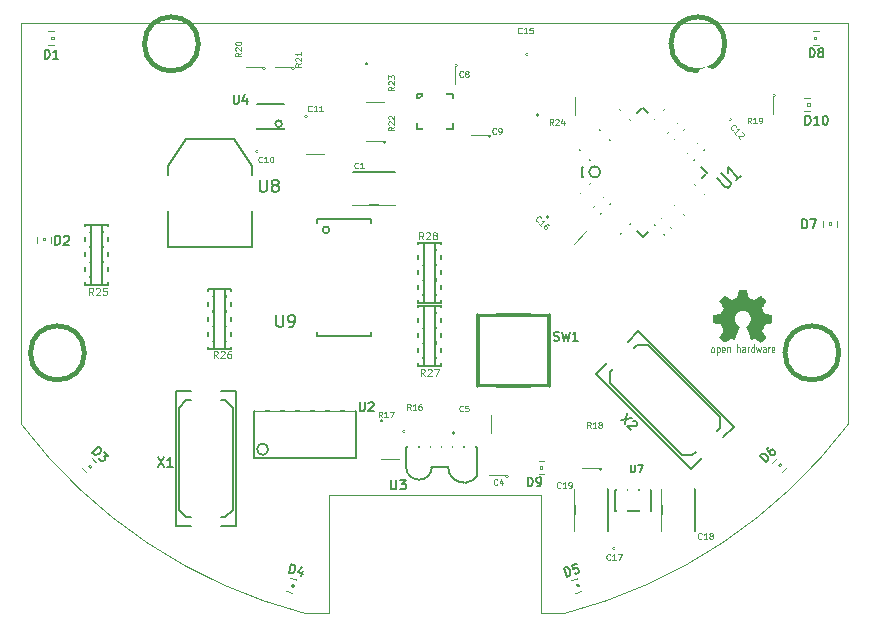
<source format=gbr>
G04 (created by PCBNEW (2013-07-07 BZR 4022)-stable) date 2/19/2015 5:20:46 AM*
%MOIN*%
G04 Gerber Fmt 3.4, Leading zero omitted, Abs format*
%FSLAX34Y34*%
G01*
G70*
G90*
G04 APERTURE LIST*
%ADD10C,0.00590551*%
%ADD11C,0.00393701*%
%ADD12C,0.006*%
%ADD13C,0.0118*%
%ADD14C,0.005*%
%ADD15C,0.008*%
%ADD16C,0.0039*%
%ADD17C,0.0026*%
%ADD18C,0.004*%
%ADD19C,0.002*%
%ADD20C,0.015*%
%ADD21C,0.00295276*%
%ADD22C,0.0001*%
%ADD23C,0.0059*%
%ADD24C,0.0043*%
%ADD25C,0.0039435*%
%ADD26C,0.0047*%
%ADD27R,0.0371654X0.0619685*%
%ADD28R,0.0629685X0.0729685*%
%ADD29R,0.0319685X0.0419685*%
%ADD30R,0.155968X0.0919685*%
%ADD31R,0.0519685X0.0919685*%
%ADD32R,0.0369685X0.0619685*%
%ADD33R,0.0469685X0.0669685*%
%ADD34R,0.0669685X0.0469685*%
%ADD35R,0.0669685X0.0669685*%
%ADD36C,0.0669685*%
%ADD37R,0.0316535X0.0375591*%
%ADD38R,0.0906685X0.228468*%
%ADD39R,0.0719685X0.0719685*%
%ADD40C,0.0719685*%
%ADD41C,0.0906685*%
%ADD42R,0.0414961X0.021811*%
%ADD43R,0.0591685X0.0591685*%
%ADD44R,0.0469685X0.0249685*%
%ADD45R,0.0249685X0.0469685*%
%ADD46R,0.110369X0.0887685*%
%ADD47R,0.0887685X0.110369*%
%ADD48R,0.0698685X0.0284685*%
%ADD49C,0.153701*%
%ADD50C,0.130079*%
%ADD51C,0.0769291*%
G04 APERTURE END LIST*
G54D10*
G54D11*
X102367Y-58653D02*
G75*
G02X92910Y-64961I-13785J10425D01*
G74*
G01*
X92913Y-64960D02*
X92125Y-64960D01*
X84251Y-64960D02*
X85039Y-64960D01*
X85039Y-61023D02*
X92125Y-61023D01*
X74797Y-58653D02*
G75*
G03X84255Y-64961I13785J10425D01*
G74*
G01*
X92125Y-61023D02*
X92125Y-64960D01*
X85039Y-61023D02*
X85039Y-64960D01*
X74803Y-58661D02*
X74803Y-45275D01*
X102362Y-45275D02*
X102362Y-58661D01*
X74803Y-45275D02*
X102362Y-45275D01*
G54D10*
X88468Y-60070D02*
X89019Y-60070D01*
X89984Y-59421D02*
X89984Y-60366D01*
X89236Y-60504D02*
G75*
G03X89984Y-60385I314J433D01*
G74*
G01*
X89019Y-60070D02*
G75*
G03X89551Y-60602I531J0D01*
G74*
G01*
X88055Y-60503D02*
G75*
G03X88488Y-60070I0J433D01*
G74*
G01*
X87622Y-60110D02*
G75*
G03X88094Y-60503I433J39D01*
G74*
G01*
X89984Y-59421D02*
X87622Y-59421D01*
X87622Y-59421D02*
X87622Y-60090D01*
G54D12*
X97670Y-49620D02*
X97352Y-49938D01*
X96129Y-48079D02*
X95818Y-48390D01*
X97670Y-49620D02*
X96129Y-48079D01*
X97380Y-50575D02*
X97684Y-50879D01*
X95825Y-52145D02*
X96122Y-52442D01*
X96115Y-52449D02*
X97692Y-50886D01*
X93322Y-49627D02*
X94849Y-48086D01*
X93505Y-50419D02*
X95507Y-52420D01*
X94863Y-48086D02*
X95153Y-48376D01*
X93513Y-50073D02*
X95478Y-48107D01*
X97670Y-50271D02*
X95521Y-48121D01*
X95514Y-52427D02*
X97635Y-50306D01*
X93307Y-50858D02*
X94877Y-52427D01*
X94877Y-52427D02*
X95195Y-52109D01*
X93501Y-50409D02*
X93501Y-50084D01*
X93309Y-50856D02*
X93628Y-50537D01*
X93640Y-49945D02*
X93320Y-49626D01*
X94101Y-50244D02*
G75*
G03X94101Y-50244I-188J0D01*
G74*
G01*
G54D13*
X92381Y-55019D02*
X92381Y-57381D01*
X92381Y-57381D02*
X90019Y-57381D01*
X90019Y-57381D02*
X90019Y-55019D01*
X90019Y-55019D02*
X92381Y-55019D01*
G54D14*
X94600Y-61550D02*
X94600Y-60850D01*
X94600Y-60850D02*
X95800Y-60850D01*
X95800Y-60850D02*
X95800Y-61550D01*
X95800Y-61550D02*
X94600Y-61550D01*
G54D15*
X79700Y-51550D02*
X79700Y-52750D01*
X79700Y-52750D02*
X82500Y-52750D01*
X82500Y-52750D02*
X82500Y-51550D01*
X79700Y-50350D02*
X79700Y-50050D01*
X79700Y-50050D02*
X80300Y-49150D01*
X80300Y-49150D02*
X81900Y-49150D01*
X81900Y-49150D02*
X82500Y-50050D01*
X82500Y-50050D02*
X82500Y-50350D01*
G54D14*
X82550Y-58220D02*
X82550Y-59780D01*
X82550Y-59780D02*
X85950Y-59780D01*
X85950Y-59780D02*
X85950Y-58220D01*
X85950Y-58220D02*
X82550Y-58220D01*
X83250Y-58220D02*
X83250Y-57790D01*
X83750Y-58220D02*
X83750Y-57790D01*
X84250Y-58220D02*
X84250Y-57790D01*
X82750Y-58220D02*
X82750Y-57790D01*
X84750Y-57790D02*
X84750Y-58220D01*
X85250Y-57790D02*
X85250Y-58220D01*
X85750Y-57790D02*
X85750Y-58220D01*
X85750Y-59780D02*
X85750Y-60210D01*
X85250Y-59780D02*
X85250Y-60210D01*
X82750Y-59780D02*
X82750Y-60210D01*
X83250Y-60210D02*
X83250Y-59780D01*
X84750Y-60210D02*
X84750Y-59780D01*
X84250Y-60210D02*
X84250Y-59780D01*
X83750Y-60210D02*
X83750Y-59780D01*
X83026Y-59490D02*
G75*
G03X83026Y-59490I-186J0D01*
G74*
G01*
G54D16*
X91703Y-46325D02*
G75*
G03X91703Y-46325I-50J0D01*
G74*
G01*
X92103Y-46325D02*
X91703Y-46325D01*
X91703Y-46325D02*
X91703Y-45725D01*
X91703Y-45725D02*
X92103Y-45725D01*
X92503Y-45725D02*
X92903Y-45725D01*
X92903Y-45725D02*
X92903Y-46325D01*
X92903Y-46325D02*
X92503Y-46325D01*
X98471Y-48497D02*
G75*
G03X98471Y-48497I-49J0D01*
G74*
G01*
X98103Y-48179D02*
X98386Y-48462D01*
X98386Y-48462D02*
X97962Y-48886D01*
X97962Y-48886D02*
X97679Y-48603D01*
X97396Y-48320D02*
X97113Y-48037D01*
X97113Y-48037D02*
X97537Y-47613D01*
X97537Y-47613D02*
X97820Y-47896D01*
X92050Y-48350D02*
G75*
G03X92050Y-48350I-50J0D01*
G74*
G01*
X92450Y-48350D02*
X92050Y-48350D01*
X92050Y-48350D02*
X92050Y-47750D01*
X92050Y-47750D02*
X92450Y-47750D01*
X92850Y-47750D02*
X93250Y-47750D01*
X93250Y-47750D02*
X93250Y-48350D01*
X93250Y-48350D02*
X92850Y-48350D01*
X99950Y-47700D02*
G75*
G03X99950Y-47700I-50J0D01*
G74*
G01*
X99450Y-47700D02*
X99850Y-47700D01*
X99850Y-47700D02*
X99850Y-48300D01*
X99850Y-48300D02*
X99450Y-48300D01*
X99050Y-48300D02*
X98650Y-48300D01*
X98650Y-48300D02*
X98650Y-47700D01*
X98650Y-47700D02*
X99050Y-47700D01*
X86950Y-49250D02*
G75*
G03X86950Y-49250I-50J0D01*
G74*
G01*
X86900Y-48800D02*
X86900Y-49200D01*
X86900Y-49200D02*
X86300Y-49200D01*
X86300Y-49200D02*
X86300Y-48800D01*
X86300Y-48400D02*
X86300Y-48000D01*
X86300Y-48000D02*
X86900Y-48000D01*
X86900Y-48000D02*
X86900Y-48400D01*
X86350Y-46650D02*
G75*
G03X86350Y-46650I-50J0D01*
G74*
G01*
X86300Y-47100D02*
X86300Y-46700D01*
X86300Y-46700D02*
X86900Y-46700D01*
X86900Y-46700D02*
X86900Y-47100D01*
X86900Y-47500D02*
X86900Y-47900D01*
X86900Y-47900D02*
X86300Y-47900D01*
X86300Y-47900D02*
X86300Y-47500D01*
X82950Y-46800D02*
G75*
G03X82950Y-46800I-50J0D01*
G74*
G01*
X82900Y-46350D02*
X82900Y-46750D01*
X82900Y-46750D02*
X82300Y-46750D01*
X82300Y-46750D02*
X82300Y-46350D01*
X82300Y-45950D02*
X82300Y-45550D01*
X82300Y-45550D02*
X82900Y-45550D01*
X82900Y-45550D02*
X82900Y-45950D01*
X83900Y-46800D02*
G75*
G03X83900Y-46800I-50J0D01*
G74*
G01*
X83850Y-46350D02*
X83850Y-46750D01*
X83850Y-46750D02*
X83250Y-46750D01*
X83250Y-46750D02*
X83250Y-46350D01*
X83250Y-45950D02*
X83250Y-45550D01*
X83250Y-45550D02*
X83850Y-45550D01*
X83850Y-45550D02*
X83850Y-45950D01*
X84350Y-48400D02*
G75*
G03X84350Y-48400I-50J0D01*
G74*
G01*
X84300Y-48850D02*
X84300Y-48450D01*
X84300Y-48450D02*
X84900Y-48450D01*
X84900Y-48450D02*
X84900Y-48850D01*
X84900Y-49250D02*
X84900Y-49650D01*
X84900Y-49650D02*
X84300Y-49650D01*
X84300Y-49650D02*
X84300Y-49250D01*
X82703Y-49575D02*
G75*
G03X82703Y-49575I-50J0D01*
G74*
G01*
X83103Y-49575D02*
X82703Y-49575D01*
X82703Y-49575D02*
X82703Y-48975D01*
X82703Y-48975D02*
X83103Y-48975D01*
X83503Y-48975D02*
X83903Y-48975D01*
X83903Y-48975D02*
X83903Y-49575D01*
X83903Y-49575D02*
X83503Y-49575D01*
X89350Y-46700D02*
G75*
G03X89350Y-46700I-50J0D01*
G74*
G01*
X88850Y-46700D02*
X89250Y-46700D01*
X89250Y-46700D02*
X89250Y-47300D01*
X89250Y-47300D02*
X88850Y-47300D01*
X88450Y-47300D02*
X88050Y-47300D01*
X88050Y-47300D02*
X88050Y-46700D01*
X88050Y-46700D02*
X88450Y-46700D01*
X94600Y-62800D02*
G75*
G03X94600Y-62800I-50J0D01*
G74*
G01*
X95000Y-62800D02*
X94600Y-62800D01*
X94600Y-62800D02*
X94600Y-62200D01*
X94600Y-62200D02*
X95000Y-62200D01*
X95400Y-62200D02*
X95800Y-62200D01*
X95800Y-62200D02*
X95800Y-62800D01*
X95800Y-62800D02*
X95400Y-62800D01*
X90450Y-49050D02*
G75*
G03X90450Y-49050I-50J0D01*
G74*
G01*
X90400Y-48600D02*
X90400Y-49000D01*
X90400Y-49000D02*
X89800Y-49000D01*
X89800Y-49000D02*
X89800Y-48600D01*
X89800Y-48200D02*
X89800Y-47800D01*
X89800Y-47800D02*
X90400Y-47800D01*
X90400Y-47800D02*
X90400Y-48200D01*
X92378Y-51752D02*
G75*
G03X92378Y-51752I-49J0D01*
G74*
G01*
X92646Y-52070D02*
X92363Y-51787D01*
X92363Y-51787D02*
X92787Y-51363D01*
X92787Y-51363D02*
X93070Y-51646D01*
X93353Y-51929D02*
X93636Y-52212D01*
X93636Y-52212D02*
X93212Y-52636D01*
X93212Y-52636D02*
X92929Y-52353D01*
X94150Y-60150D02*
G75*
G03X94150Y-60150I-50J0D01*
G74*
G01*
X94100Y-59700D02*
X94100Y-60100D01*
X94100Y-60100D02*
X93500Y-60100D01*
X93500Y-60100D02*
X93500Y-59700D01*
X93500Y-59300D02*
X93500Y-58900D01*
X93500Y-58900D02*
X94100Y-58900D01*
X94100Y-58900D02*
X94100Y-59300D01*
X86850Y-58550D02*
G75*
G03X86850Y-58550I-50J0D01*
G74*
G01*
X86800Y-59000D02*
X86800Y-58600D01*
X86800Y-58600D02*
X87400Y-58600D01*
X87400Y-58600D02*
X87400Y-59000D01*
X87400Y-59400D02*
X87400Y-59800D01*
X87400Y-59800D02*
X86800Y-59800D01*
X86800Y-59800D02*
X86800Y-59400D01*
X89250Y-58950D02*
G75*
G03X89250Y-58950I-50J0D01*
G74*
G01*
X89650Y-58950D02*
X89250Y-58950D01*
X89250Y-58950D02*
X89250Y-58350D01*
X89250Y-58350D02*
X89650Y-58350D01*
X90050Y-58350D02*
X90450Y-58350D01*
X90450Y-58350D02*
X90450Y-58950D01*
X90450Y-58950D02*
X90050Y-58950D01*
X91050Y-60400D02*
G75*
G03X91050Y-60400I-50J0D01*
G74*
G01*
X91000Y-59950D02*
X91000Y-60350D01*
X91000Y-60350D02*
X90400Y-60350D01*
X90400Y-60350D02*
X90400Y-59950D01*
X90400Y-59550D02*
X90400Y-59150D01*
X90400Y-59150D02*
X91000Y-59150D01*
X91000Y-59150D02*
X91000Y-59550D01*
X87600Y-58900D02*
G75*
G03X87600Y-58900I-50J0D01*
G74*
G01*
X88000Y-58900D02*
X87600Y-58900D01*
X87600Y-58900D02*
X87600Y-58300D01*
X87600Y-58300D02*
X88000Y-58300D01*
X88400Y-58300D02*
X88800Y-58300D01*
X88800Y-58300D02*
X88800Y-58900D01*
X88800Y-58900D02*
X88400Y-58900D01*
G54D10*
X77614Y-53629D02*
G75*
G03X77614Y-53866I118J-118D01*
G74*
G01*
X77614Y-53137D02*
G75*
G03X77595Y-53354I98J-118D01*
G74*
G01*
X77595Y-52645D02*
G75*
G03X77595Y-52842I98J-98D01*
G74*
G01*
X77595Y-52153D02*
G75*
G03X77595Y-52350I98J-98D01*
G74*
G01*
X77004Y-53846D02*
G75*
G03X77004Y-53649I-98J98D01*
G74*
G01*
X77004Y-53354D02*
G75*
G03X77004Y-53157I-98J98D01*
G74*
G01*
X77004Y-52862D02*
G75*
G03X77004Y-52625I-118J118D01*
G74*
G01*
X77004Y-52350D02*
G75*
G03X77004Y-52153I-98J98D01*
G74*
G01*
X77477Y-51996D02*
X77477Y-54003D01*
X77122Y-51996D02*
X77122Y-54003D01*
X77693Y-53866D02*
X77614Y-53866D01*
X77693Y-53629D02*
X77614Y-53629D01*
X77693Y-53354D02*
X77614Y-53354D01*
X77693Y-53137D02*
X77614Y-53137D01*
X77693Y-52862D02*
X77614Y-52862D01*
X77693Y-52625D02*
X77614Y-52625D01*
X77693Y-52370D02*
X77614Y-52370D01*
X77693Y-52133D02*
X77614Y-52133D01*
X76906Y-53866D02*
X76985Y-53866D01*
X76906Y-53629D02*
X76985Y-53629D01*
X76906Y-53354D02*
X76985Y-53354D01*
X76906Y-53137D02*
X76985Y-53137D01*
X76906Y-52862D02*
X76985Y-52862D01*
X76906Y-52625D02*
X76985Y-52625D01*
X76985Y-52370D02*
X76906Y-52370D01*
X76985Y-52133D02*
X76906Y-52133D01*
X77693Y-51996D02*
X77693Y-54003D01*
X76906Y-51996D02*
X76906Y-54003D01*
G54D14*
X76906Y-52000D02*
X77693Y-52000D01*
X76906Y-54000D02*
X77693Y-54000D01*
G54D10*
X88085Y-52970D02*
G75*
G03X88085Y-52733I-118J118D01*
G74*
G01*
X88085Y-53462D02*
G75*
G03X88104Y-53245I-98J118D01*
G74*
G01*
X88104Y-53954D02*
G75*
G03X88104Y-53757I-98J98D01*
G74*
G01*
X88104Y-54446D02*
G75*
G03X88104Y-54249I-98J98D01*
G74*
G01*
X88695Y-52753D02*
G75*
G03X88695Y-52950I98J-98D01*
G74*
G01*
X88695Y-53245D02*
G75*
G03X88695Y-53442I98J-98D01*
G74*
G01*
X88695Y-53737D02*
G75*
G03X88695Y-53974I118J-118D01*
G74*
G01*
X88695Y-54249D02*
G75*
G03X88695Y-54446I98J-98D01*
G74*
G01*
X88222Y-54603D02*
X88222Y-52596D01*
X88577Y-54603D02*
X88577Y-52596D01*
X88006Y-52733D02*
X88085Y-52733D01*
X88006Y-52970D02*
X88085Y-52970D01*
X88006Y-53245D02*
X88085Y-53245D01*
X88006Y-53462D02*
X88085Y-53462D01*
X88006Y-53737D02*
X88085Y-53737D01*
X88006Y-53974D02*
X88085Y-53974D01*
X88006Y-54229D02*
X88085Y-54229D01*
X88006Y-54466D02*
X88085Y-54466D01*
X88793Y-52733D02*
X88714Y-52733D01*
X88793Y-52970D02*
X88714Y-52970D01*
X88793Y-53245D02*
X88714Y-53245D01*
X88793Y-53462D02*
X88714Y-53462D01*
X88793Y-53737D02*
X88714Y-53737D01*
X88793Y-53974D02*
X88714Y-53974D01*
X88714Y-54229D02*
X88793Y-54229D01*
X88714Y-54466D02*
X88793Y-54466D01*
X88006Y-54603D02*
X88006Y-52596D01*
X88793Y-54603D02*
X88793Y-52596D01*
G54D14*
X88793Y-54600D02*
X88006Y-54600D01*
X88793Y-52600D02*
X88006Y-52600D01*
G54D10*
X81714Y-55779D02*
G75*
G03X81714Y-56016I118J-118D01*
G74*
G01*
X81714Y-55287D02*
G75*
G03X81695Y-55504I98J-118D01*
G74*
G01*
X81695Y-54795D02*
G75*
G03X81695Y-54992I98J-98D01*
G74*
G01*
X81695Y-54303D02*
G75*
G03X81695Y-54500I98J-98D01*
G74*
G01*
X81104Y-55996D02*
G75*
G03X81104Y-55799I-98J98D01*
G74*
G01*
X81104Y-55504D02*
G75*
G03X81104Y-55307I-98J98D01*
G74*
G01*
X81104Y-55012D02*
G75*
G03X81104Y-54775I-118J118D01*
G74*
G01*
X81104Y-54500D02*
G75*
G03X81104Y-54303I-98J98D01*
G74*
G01*
X81577Y-54146D02*
X81577Y-56153D01*
X81222Y-54146D02*
X81222Y-56153D01*
X81793Y-56016D02*
X81714Y-56016D01*
X81793Y-55779D02*
X81714Y-55779D01*
X81793Y-55504D02*
X81714Y-55504D01*
X81793Y-55287D02*
X81714Y-55287D01*
X81793Y-55012D02*
X81714Y-55012D01*
X81793Y-54775D02*
X81714Y-54775D01*
X81793Y-54520D02*
X81714Y-54520D01*
X81793Y-54283D02*
X81714Y-54283D01*
X81006Y-56016D02*
X81085Y-56016D01*
X81006Y-55779D02*
X81085Y-55779D01*
X81006Y-55504D02*
X81085Y-55504D01*
X81006Y-55287D02*
X81085Y-55287D01*
X81006Y-55012D02*
X81085Y-55012D01*
X81006Y-54775D02*
X81085Y-54775D01*
X81085Y-54520D02*
X81006Y-54520D01*
X81085Y-54283D02*
X81006Y-54283D01*
X81793Y-54146D02*
X81793Y-56153D01*
X81006Y-54146D02*
X81006Y-56153D01*
G54D14*
X81006Y-54150D02*
X81793Y-54150D01*
X81006Y-56150D02*
X81793Y-56150D01*
G54D10*
X88085Y-55070D02*
G75*
G03X88085Y-54833I-118J118D01*
G74*
G01*
X88085Y-55562D02*
G75*
G03X88104Y-55345I-98J118D01*
G74*
G01*
X88104Y-56054D02*
G75*
G03X88104Y-55857I-98J98D01*
G74*
G01*
X88104Y-56546D02*
G75*
G03X88104Y-56349I-98J98D01*
G74*
G01*
X88695Y-54853D02*
G75*
G03X88695Y-55050I98J-98D01*
G74*
G01*
X88695Y-55345D02*
G75*
G03X88695Y-55542I98J-98D01*
G74*
G01*
X88695Y-55837D02*
G75*
G03X88695Y-56074I118J-118D01*
G74*
G01*
X88695Y-56349D02*
G75*
G03X88695Y-56546I98J-98D01*
G74*
G01*
X88222Y-56703D02*
X88222Y-54696D01*
X88577Y-56703D02*
X88577Y-54696D01*
X88006Y-54833D02*
X88085Y-54833D01*
X88006Y-55070D02*
X88085Y-55070D01*
X88006Y-55345D02*
X88085Y-55345D01*
X88006Y-55562D02*
X88085Y-55562D01*
X88006Y-55837D02*
X88085Y-55837D01*
X88006Y-56074D02*
X88085Y-56074D01*
X88006Y-56329D02*
X88085Y-56329D01*
X88006Y-56566D02*
X88085Y-56566D01*
X88793Y-54833D02*
X88714Y-54833D01*
X88793Y-55070D02*
X88714Y-55070D01*
X88793Y-55345D02*
X88714Y-55345D01*
X88793Y-55562D02*
X88714Y-55562D01*
X88793Y-55837D02*
X88714Y-55837D01*
X88793Y-56074D02*
X88714Y-56074D01*
X88714Y-56329D02*
X88793Y-56329D01*
X88714Y-56566D02*
X88793Y-56566D01*
X88006Y-56703D02*
X88006Y-54696D01*
X88793Y-56703D02*
X88793Y-54696D01*
G54D14*
X88793Y-56700D02*
X88006Y-56700D01*
X88793Y-54700D02*
X88006Y-54700D01*
G54D10*
X95330Y-56011D02*
X95224Y-56117D01*
X94411Y-56930D02*
X94517Y-56824D01*
X97169Y-59688D02*
X97275Y-59582D01*
X98088Y-58769D02*
X97982Y-58875D01*
X98548Y-58733D02*
X98194Y-59087D01*
X97133Y-60148D02*
X97487Y-59794D01*
X93951Y-56966D02*
X94305Y-56612D01*
X95366Y-55551D02*
X95012Y-55905D01*
X94411Y-56930D02*
X94411Y-57284D01*
X94411Y-57284D02*
X96815Y-59688D01*
X96815Y-59688D02*
X97169Y-59688D01*
X98088Y-58769D02*
X98088Y-58415D01*
X98088Y-58415D02*
X95684Y-56011D01*
X95684Y-56011D02*
X95330Y-56011D01*
X97133Y-60148D02*
X93951Y-56966D01*
X95366Y-55551D02*
X98548Y-58733D01*
X81600Y-57850D02*
X81450Y-57850D01*
X80300Y-57850D02*
X80450Y-57850D01*
X80300Y-61750D02*
X80450Y-61750D01*
X81600Y-61750D02*
X81450Y-61750D01*
X81950Y-62050D02*
X81450Y-62050D01*
X79950Y-62050D02*
X80450Y-62050D01*
X79950Y-57550D02*
X80450Y-57550D01*
X81950Y-57550D02*
X81450Y-57550D01*
X80300Y-57850D02*
X80050Y-58100D01*
X80050Y-58100D02*
X80050Y-61500D01*
X80050Y-61500D02*
X80300Y-61750D01*
X81600Y-61750D02*
X81850Y-61500D01*
X81850Y-61500D02*
X81850Y-58100D01*
X81850Y-58100D02*
X81600Y-57850D01*
X79950Y-62050D02*
X79950Y-57550D01*
X81950Y-57550D02*
X81950Y-62050D01*
X83486Y-48636D02*
G75*
G03X83486Y-48636I-111J0D01*
G74*
G01*
G54D14*
X82647Y-48813D02*
X83552Y-48813D01*
X83552Y-48813D02*
X83552Y-47986D01*
X83552Y-47986D02*
X82647Y-47986D01*
X82647Y-47986D02*
X82647Y-48813D01*
X82647Y-48695D02*
X82470Y-48695D01*
X82647Y-48498D02*
X82470Y-48498D01*
X82647Y-48301D02*
X82470Y-48301D01*
X82647Y-48104D02*
X82470Y-48104D01*
X83552Y-48104D02*
X83729Y-48104D01*
X83552Y-48301D02*
X83729Y-48301D01*
X83552Y-48498D02*
X83729Y-48498D01*
X83552Y-48695D02*
X83729Y-48695D01*
G54D17*
X101196Y-48118D02*
X101196Y-48246D01*
X101196Y-48246D02*
X101393Y-48246D01*
X101393Y-48118D02*
X101393Y-48246D01*
X101196Y-48118D02*
X101393Y-48118D01*
X101196Y-47873D02*
X101196Y-47932D01*
X101196Y-47932D02*
X101295Y-47932D01*
X101295Y-47873D02*
X101295Y-47932D01*
X101196Y-47873D02*
X101295Y-47873D01*
X101196Y-48068D02*
X101196Y-48127D01*
X101196Y-48127D02*
X101295Y-48127D01*
X101295Y-48068D02*
X101295Y-48127D01*
X101196Y-48068D02*
X101295Y-48068D01*
X101196Y-47922D02*
X101196Y-48078D01*
X101196Y-48078D02*
X101265Y-48078D01*
X101265Y-47922D02*
X101265Y-48078D01*
X101196Y-47922D02*
X101265Y-47922D01*
X100607Y-48118D02*
X100607Y-48246D01*
X100607Y-48246D02*
X100804Y-48246D01*
X100804Y-48118D02*
X100804Y-48246D01*
X100607Y-48118D02*
X100804Y-48118D01*
X100607Y-47754D02*
X100607Y-47882D01*
X100607Y-47882D02*
X100804Y-47882D01*
X100804Y-47754D02*
X100804Y-47882D01*
X100607Y-47754D02*
X100804Y-47754D01*
X100705Y-48068D02*
X100705Y-48127D01*
X100705Y-48127D02*
X100804Y-48127D01*
X100804Y-48068D02*
X100804Y-48127D01*
X100705Y-48068D02*
X100804Y-48068D01*
X100705Y-47873D02*
X100705Y-47932D01*
X100705Y-47932D02*
X100804Y-47932D01*
X100804Y-47873D02*
X100804Y-47932D01*
X100705Y-47873D02*
X100804Y-47873D01*
X100735Y-47922D02*
X100735Y-48078D01*
X100735Y-48078D02*
X100804Y-48078D01*
X100804Y-47922D02*
X100804Y-48078D01*
X100735Y-47922D02*
X100804Y-47922D01*
X101000Y-47961D02*
X101000Y-48039D01*
X101000Y-48039D02*
X101078Y-48039D01*
X101078Y-47961D02*
X101078Y-48039D01*
X101000Y-47961D02*
X101078Y-47961D01*
X101196Y-47764D02*
X101196Y-47882D01*
X101196Y-47882D02*
X101314Y-47882D01*
X101314Y-47764D02*
X101314Y-47882D01*
X101196Y-47764D02*
X101314Y-47764D01*
X101364Y-47754D02*
X101364Y-47843D01*
X101364Y-47843D02*
X101393Y-47843D01*
X101393Y-47754D02*
X101393Y-47843D01*
X101364Y-47754D02*
X101393Y-47754D01*
G54D18*
X101206Y-48226D02*
X100794Y-48226D01*
X100804Y-47774D02*
X101364Y-47774D01*
G54D19*
X101362Y-47823D02*
G75*
G03X101362Y-47823I-28J0D01*
G74*
G01*
G54D18*
X101393Y-47863D02*
G75*
G03X101393Y-48137I0J-137D01*
G74*
G01*
X100607Y-48137D02*
G75*
G03X100607Y-47863I0J137D01*
G74*
G01*
G54D17*
X91954Y-59982D02*
X91954Y-59854D01*
X91954Y-59854D02*
X91757Y-59854D01*
X91757Y-59982D02*
X91757Y-59854D01*
X91954Y-59982D02*
X91757Y-59982D01*
X91954Y-60227D02*
X91954Y-60168D01*
X91954Y-60168D02*
X91855Y-60168D01*
X91855Y-60227D02*
X91855Y-60168D01*
X91954Y-60227D02*
X91855Y-60227D01*
X91954Y-60032D02*
X91954Y-59973D01*
X91954Y-59973D02*
X91855Y-59973D01*
X91855Y-60032D02*
X91855Y-59973D01*
X91954Y-60032D02*
X91855Y-60032D01*
X91954Y-60178D02*
X91954Y-60022D01*
X91954Y-60022D02*
X91885Y-60022D01*
X91885Y-60178D02*
X91885Y-60022D01*
X91954Y-60178D02*
X91885Y-60178D01*
X92543Y-59982D02*
X92543Y-59854D01*
X92543Y-59854D02*
X92346Y-59854D01*
X92346Y-59982D02*
X92346Y-59854D01*
X92543Y-59982D02*
X92346Y-59982D01*
X92543Y-60346D02*
X92543Y-60218D01*
X92543Y-60218D02*
X92346Y-60218D01*
X92346Y-60346D02*
X92346Y-60218D01*
X92543Y-60346D02*
X92346Y-60346D01*
X92445Y-60032D02*
X92445Y-59973D01*
X92445Y-59973D02*
X92346Y-59973D01*
X92346Y-60032D02*
X92346Y-59973D01*
X92445Y-60032D02*
X92346Y-60032D01*
X92445Y-60227D02*
X92445Y-60168D01*
X92445Y-60168D02*
X92346Y-60168D01*
X92346Y-60227D02*
X92346Y-60168D01*
X92445Y-60227D02*
X92346Y-60227D01*
X92415Y-60178D02*
X92415Y-60022D01*
X92415Y-60022D02*
X92346Y-60022D01*
X92346Y-60178D02*
X92346Y-60022D01*
X92415Y-60178D02*
X92346Y-60178D01*
X92150Y-60139D02*
X92150Y-60061D01*
X92150Y-60061D02*
X92072Y-60061D01*
X92072Y-60139D02*
X92072Y-60061D01*
X92150Y-60139D02*
X92072Y-60139D01*
X91954Y-60336D02*
X91954Y-60218D01*
X91954Y-60218D02*
X91836Y-60218D01*
X91836Y-60336D02*
X91836Y-60218D01*
X91954Y-60336D02*
X91836Y-60336D01*
X91786Y-60346D02*
X91786Y-60257D01*
X91786Y-60257D02*
X91757Y-60257D01*
X91757Y-60346D02*
X91757Y-60257D01*
X91786Y-60346D02*
X91757Y-60346D01*
G54D18*
X91944Y-59874D02*
X92356Y-59874D01*
X92346Y-60326D02*
X91786Y-60326D01*
G54D19*
X91844Y-60277D02*
G75*
G03X91844Y-60277I-28J0D01*
G74*
G01*
G54D18*
X91757Y-60237D02*
G75*
G03X91757Y-59963I0J137D01*
G74*
G01*
X92543Y-59963D02*
G75*
G03X92543Y-60237I0J-137D01*
G74*
G01*
G54D17*
X101868Y-51804D02*
X101996Y-51804D01*
X101996Y-51804D02*
X101996Y-51607D01*
X101868Y-51607D02*
X101996Y-51607D01*
X101868Y-51804D02*
X101868Y-51607D01*
X101623Y-51804D02*
X101682Y-51804D01*
X101682Y-51804D02*
X101682Y-51705D01*
X101623Y-51705D02*
X101682Y-51705D01*
X101623Y-51804D02*
X101623Y-51705D01*
X101818Y-51804D02*
X101877Y-51804D01*
X101877Y-51804D02*
X101877Y-51705D01*
X101818Y-51705D02*
X101877Y-51705D01*
X101818Y-51804D02*
X101818Y-51705D01*
X101672Y-51804D02*
X101828Y-51804D01*
X101828Y-51804D02*
X101828Y-51735D01*
X101672Y-51735D02*
X101828Y-51735D01*
X101672Y-51804D02*
X101672Y-51735D01*
X101868Y-52393D02*
X101996Y-52393D01*
X101996Y-52393D02*
X101996Y-52196D01*
X101868Y-52196D02*
X101996Y-52196D01*
X101868Y-52393D02*
X101868Y-52196D01*
X101504Y-52393D02*
X101632Y-52393D01*
X101632Y-52393D02*
X101632Y-52196D01*
X101504Y-52196D02*
X101632Y-52196D01*
X101504Y-52393D02*
X101504Y-52196D01*
X101818Y-52295D02*
X101877Y-52295D01*
X101877Y-52295D02*
X101877Y-52196D01*
X101818Y-52196D02*
X101877Y-52196D01*
X101818Y-52295D02*
X101818Y-52196D01*
X101623Y-52295D02*
X101682Y-52295D01*
X101682Y-52295D02*
X101682Y-52196D01*
X101623Y-52196D02*
X101682Y-52196D01*
X101623Y-52295D02*
X101623Y-52196D01*
X101672Y-52265D02*
X101828Y-52265D01*
X101828Y-52265D02*
X101828Y-52196D01*
X101672Y-52196D02*
X101828Y-52196D01*
X101672Y-52265D02*
X101672Y-52196D01*
X101711Y-52000D02*
X101789Y-52000D01*
X101789Y-52000D02*
X101789Y-51922D01*
X101711Y-51922D02*
X101789Y-51922D01*
X101711Y-52000D02*
X101711Y-51922D01*
X101514Y-51804D02*
X101632Y-51804D01*
X101632Y-51804D02*
X101632Y-51686D01*
X101514Y-51686D02*
X101632Y-51686D01*
X101514Y-51804D02*
X101514Y-51686D01*
X101504Y-51636D02*
X101593Y-51636D01*
X101593Y-51636D02*
X101593Y-51607D01*
X101504Y-51607D02*
X101593Y-51607D01*
X101504Y-51636D02*
X101504Y-51607D01*
G54D18*
X101976Y-51794D02*
X101976Y-52206D01*
X101524Y-52196D02*
X101524Y-51636D01*
G54D19*
X101601Y-51666D02*
G75*
G03X101601Y-51666I-28J0D01*
G74*
G01*
G54D18*
X101613Y-51607D02*
G75*
G03X101887Y-51607I137J0D01*
G74*
G01*
X101887Y-52393D02*
G75*
G03X101613Y-52393I-137J0D01*
G74*
G01*
G54D17*
X101107Y-45657D02*
X101107Y-45529D01*
X101107Y-45529D02*
X100910Y-45529D01*
X100910Y-45657D02*
X100910Y-45529D01*
X101107Y-45657D02*
X100910Y-45657D01*
X101107Y-45902D02*
X101107Y-45843D01*
X101107Y-45843D02*
X101008Y-45843D01*
X101008Y-45902D02*
X101008Y-45843D01*
X101107Y-45902D02*
X101008Y-45902D01*
X101107Y-45707D02*
X101107Y-45648D01*
X101107Y-45648D02*
X101008Y-45648D01*
X101008Y-45707D02*
X101008Y-45648D01*
X101107Y-45707D02*
X101008Y-45707D01*
X101107Y-45853D02*
X101107Y-45697D01*
X101107Y-45697D02*
X101038Y-45697D01*
X101038Y-45853D02*
X101038Y-45697D01*
X101107Y-45853D02*
X101038Y-45853D01*
X101696Y-45657D02*
X101696Y-45529D01*
X101696Y-45529D02*
X101499Y-45529D01*
X101499Y-45657D02*
X101499Y-45529D01*
X101696Y-45657D02*
X101499Y-45657D01*
X101696Y-46021D02*
X101696Y-45893D01*
X101696Y-45893D02*
X101499Y-45893D01*
X101499Y-46021D02*
X101499Y-45893D01*
X101696Y-46021D02*
X101499Y-46021D01*
X101598Y-45707D02*
X101598Y-45648D01*
X101598Y-45648D02*
X101499Y-45648D01*
X101499Y-45707D02*
X101499Y-45648D01*
X101598Y-45707D02*
X101499Y-45707D01*
X101598Y-45902D02*
X101598Y-45843D01*
X101598Y-45843D02*
X101499Y-45843D01*
X101499Y-45902D02*
X101499Y-45843D01*
X101598Y-45902D02*
X101499Y-45902D01*
X101568Y-45853D02*
X101568Y-45697D01*
X101568Y-45697D02*
X101499Y-45697D01*
X101499Y-45853D02*
X101499Y-45697D01*
X101568Y-45853D02*
X101499Y-45853D01*
X101303Y-45814D02*
X101303Y-45736D01*
X101303Y-45736D02*
X101225Y-45736D01*
X101225Y-45814D02*
X101225Y-45736D01*
X101303Y-45814D02*
X101225Y-45814D01*
X101107Y-46011D02*
X101107Y-45893D01*
X101107Y-45893D02*
X100989Y-45893D01*
X100989Y-46011D02*
X100989Y-45893D01*
X101107Y-46011D02*
X100989Y-46011D01*
X100939Y-46021D02*
X100939Y-45932D01*
X100939Y-45932D02*
X100910Y-45932D01*
X100910Y-46021D02*
X100910Y-45932D01*
X100939Y-46021D02*
X100910Y-46021D01*
G54D18*
X101097Y-45549D02*
X101509Y-45549D01*
X101499Y-46001D02*
X100939Y-46001D01*
G54D19*
X100997Y-45952D02*
G75*
G03X100997Y-45952I-28J0D01*
G74*
G01*
G54D18*
X100910Y-45912D02*
G75*
G03X100910Y-45638I0J137D01*
G74*
G01*
X101696Y-45638D02*
G75*
G03X101696Y-45912I0J-137D01*
G74*
G01*
G54D17*
X83953Y-64198D02*
X83913Y-64320D01*
X83913Y-64320D02*
X84100Y-64380D01*
X84140Y-64259D02*
X84100Y-64380D01*
X83953Y-64198D02*
X84140Y-64259D01*
X84028Y-63965D02*
X84010Y-64021D01*
X84010Y-64021D02*
X84104Y-64052D01*
X84122Y-63995D02*
X84104Y-64052D01*
X84028Y-63965D02*
X84122Y-63995D01*
X83968Y-64150D02*
X83950Y-64206D01*
X83950Y-64206D02*
X84044Y-64237D01*
X84062Y-64181D02*
X84044Y-64237D01*
X83968Y-64150D02*
X84062Y-64181D01*
X84013Y-64011D02*
X83965Y-64160D01*
X83965Y-64160D02*
X84031Y-64181D01*
X84079Y-64033D02*
X84031Y-64181D01*
X84013Y-64011D02*
X84079Y-64033D01*
X83392Y-64016D02*
X83353Y-64138D01*
X83353Y-64138D02*
X83540Y-64198D01*
X83580Y-64077D02*
X83540Y-64198D01*
X83392Y-64016D02*
X83580Y-64077D01*
X83505Y-63670D02*
X83465Y-63791D01*
X83465Y-63791D02*
X83653Y-63852D01*
X83692Y-63731D02*
X83653Y-63852D01*
X83505Y-63670D02*
X83692Y-63731D01*
X83501Y-63999D02*
X83483Y-64055D01*
X83483Y-64055D02*
X83577Y-64085D01*
X83595Y-64029D02*
X83577Y-64085D01*
X83501Y-63999D02*
X83595Y-64029D01*
X83561Y-63813D02*
X83543Y-63869D01*
X83543Y-63869D02*
X83637Y-63900D01*
X83655Y-63844D02*
X83637Y-63900D01*
X83561Y-63813D02*
X83655Y-63844D01*
X83575Y-63869D02*
X83527Y-64017D01*
X83527Y-64017D02*
X83592Y-64039D01*
X83640Y-63890D02*
X83592Y-64039D01*
X83575Y-63869D02*
X83640Y-63890D01*
X83815Y-63988D02*
X83791Y-64062D01*
X83791Y-64062D02*
X83865Y-64086D01*
X83889Y-64012D02*
X83865Y-64086D01*
X83815Y-63988D02*
X83889Y-64012D01*
X84062Y-63861D02*
X84026Y-63973D01*
X84026Y-63973D02*
X84138Y-64010D01*
X84174Y-63898D02*
X84138Y-64010D01*
X84062Y-63861D02*
X84174Y-63898D01*
X84225Y-63904D02*
X84197Y-63988D01*
X84197Y-63988D02*
X84225Y-63997D01*
X84252Y-63913D02*
X84225Y-63997D01*
X84225Y-63904D02*
X84252Y-63913D01*
G54D18*
X83929Y-64304D02*
X83537Y-64176D01*
X83686Y-63750D02*
X84219Y-63923D01*
G54D19*
X84203Y-63960D02*
G75*
G03X84203Y-63960I-28J0D01*
G74*
G01*
G54D18*
X84219Y-64016D02*
G75*
G03X84134Y-64277I-42J-130D01*
G74*
G01*
X83387Y-64034D02*
G75*
G03X83471Y-63773I42J130D01*
G74*
G01*
G54D17*
X100275Y-59970D02*
X100365Y-60060D01*
X100365Y-60060D02*
X100504Y-59921D01*
X100414Y-59831D02*
X100504Y-59921D01*
X100275Y-59970D02*
X100414Y-59831D01*
X100101Y-59797D02*
X100143Y-59838D01*
X100143Y-59838D02*
X100213Y-59768D01*
X100171Y-59727D02*
X100213Y-59768D01*
X100101Y-59797D02*
X100171Y-59727D01*
X100239Y-59935D02*
X100281Y-59976D01*
X100281Y-59976D02*
X100351Y-59906D01*
X100309Y-59865D02*
X100351Y-59906D01*
X100239Y-59935D02*
X100309Y-59865D01*
X100136Y-59831D02*
X100246Y-59942D01*
X100246Y-59942D02*
X100295Y-59893D01*
X100185Y-59783D02*
X100295Y-59893D01*
X100136Y-59831D02*
X100185Y-59783D01*
X99858Y-60386D02*
X99949Y-60477D01*
X99949Y-60477D02*
X100088Y-60338D01*
X99997Y-60247D02*
X100088Y-60338D01*
X99858Y-60386D02*
X99997Y-60247D01*
X99601Y-60129D02*
X99691Y-60220D01*
X99691Y-60220D02*
X99831Y-60080D01*
X99740Y-59990D02*
X99831Y-60080D01*
X99601Y-60129D02*
X99740Y-59990D01*
X99892Y-60282D02*
X99934Y-60323D01*
X99934Y-60323D02*
X100004Y-60253D01*
X99962Y-60212D02*
X100004Y-60253D01*
X99892Y-60282D02*
X99962Y-60212D01*
X99754Y-60144D02*
X99796Y-60186D01*
X99796Y-60186D02*
X99866Y-60116D01*
X99824Y-60074D02*
X99866Y-60116D01*
X99754Y-60144D02*
X99824Y-60074D01*
X99810Y-60157D02*
X99920Y-60268D01*
X99920Y-60268D02*
X99969Y-60219D01*
X99859Y-60109D02*
X99969Y-60219D01*
X99810Y-60157D02*
X99859Y-60109D01*
X100025Y-59998D02*
X100080Y-60053D01*
X100080Y-60053D02*
X100135Y-59998D01*
X100080Y-59942D02*
X100135Y-59998D01*
X100025Y-59998D02*
X100080Y-59942D01*
X100024Y-59720D02*
X100108Y-59803D01*
X100108Y-59803D02*
X100191Y-59720D01*
X100108Y-59636D02*
X100191Y-59720D01*
X100024Y-59720D02*
X100108Y-59636D01*
X100136Y-59594D02*
X100199Y-59657D01*
X100199Y-59657D02*
X100220Y-59636D01*
X100157Y-59573D02*
X100220Y-59636D01*
X100136Y-59594D02*
X100157Y-59573D01*
G54D18*
X100358Y-60039D02*
X100067Y-60331D01*
X99754Y-60004D02*
X100150Y-59608D01*
G54D19*
X100192Y-59664D02*
G75*
G03X100192Y-59664I-28J0D01*
G74*
G01*
G54D18*
X100234Y-59650D02*
G75*
G03X100427Y-59844I96J-96D01*
G74*
G01*
X99872Y-60400D02*
G75*
G03X99678Y-60206I-96J96D01*
G74*
G01*
G54D17*
X75999Y-45893D02*
X75999Y-46021D01*
X75999Y-46021D02*
X76196Y-46021D01*
X76196Y-45893D02*
X76196Y-46021D01*
X75999Y-45893D02*
X76196Y-45893D01*
X75999Y-45648D02*
X75999Y-45707D01*
X75999Y-45707D02*
X76098Y-45707D01*
X76098Y-45648D02*
X76098Y-45707D01*
X75999Y-45648D02*
X76098Y-45648D01*
X75999Y-45843D02*
X75999Y-45902D01*
X75999Y-45902D02*
X76098Y-45902D01*
X76098Y-45843D02*
X76098Y-45902D01*
X75999Y-45843D02*
X76098Y-45843D01*
X75999Y-45697D02*
X75999Y-45853D01*
X75999Y-45853D02*
X76068Y-45853D01*
X76068Y-45697D02*
X76068Y-45853D01*
X75999Y-45697D02*
X76068Y-45697D01*
X75410Y-45893D02*
X75410Y-46021D01*
X75410Y-46021D02*
X75607Y-46021D01*
X75607Y-45893D02*
X75607Y-46021D01*
X75410Y-45893D02*
X75607Y-45893D01*
X75410Y-45529D02*
X75410Y-45657D01*
X75410Y-45657D02*
X75607Y-45657D01*
X75607Y-45529D02*
X75607Y-45657D01*
X75410Y-45529D02*
X75607Y-45529D01*
X75508Y-45843D02*
X75508Y-45902D01*
X75508Y-45902D02*
X75607Y-45902D01*
X75607Y-45843D02*
X75607Y-45902D01*
X75508Y-45843D02*
X75607Y-45843D01*
X75508Y-45648D02*
X75508Y-45707D01*
X75508Y-45707D02*
X75607Y-45707D01*
X75607Y-45648D02*
X75607Y-45707D01*
X75508Y-45648D02*
X75607Y-45648D01*
X75538Y-45697D02*
X75538Y-45853D01*
X75538Y-45853D02*
X75607Y-45853D01*
X75607Y-45697D02*
X75607Y-45853D01*
X75538Y-45697D02*
X75607Y-45697D01*
X75803Y-45736D02*
X75803Y-45814D01*
X75803Y-45814D02*
X75881Y-45814D01*
X75881Y-45736D02*
X75881Y-45814D01*
X75803Y-45736D02*
X75881Y-45736D01*
X75999Y-45539D02*
X75999Y-45657D01*
X75999Y-45657D02*
X76117Y-45657D01*
X76117Y-45539D02*
X76117Y-45657D01*
X75999Y-45539D02*
X76117Y-45539D01*
X76167Y-45529D02*
X76167Y-45618D01*
X76167Y-45618D02*
X76196Y-45618D01*
X76196Y-45529D02*
X76196Y-45618D01*
X76167Y-45529D02*
X76196Y-45529D01*
G54D18*
X76009Y-46001D02*
X75597Y-46001D01*
X75607Y-45549D02*
X76167Y-45549D01*
G54D19*
X76165Y-45598D02*
G75*
G03X76165Y-45598I-28J0D01*
G74*
G01*
G54D18*
X76196Y-45638D02*
G75*
G03X76196Y-45912I0J-137D01*
G74*
G01*
X75410Y-45912D02*
G75*
G03X75410Y-45638I0J137D01*
G74*
G01*
G54D17*
X75671Y-52329D02*
X75799Y-52329D01*
X75799Y-52329D02*
X75799Y-52132D01*
X75671Y-52132D02*
X75799Y-52132D01*
X75671Y-52329D02*
X75671Y-52132D01*
X75426Y-52329D02*
X75485Y-52329D01*
X75485Y-52329D02*
X75485Y-52230D01*
X75426Y-52230D02*
X75485Y-52230D01*
X75426Y-52329D02*
X75426Y-52230D01*
X75621Y-52329D02*
X75680Y-52329D01*
X75680Y-52329D02*
X75680Y-52230D01*
X75621Y-52230D02*
X75680Y-52230D01*
X75621Y-52329D02*
X75621Y-52230D01*
X75475Y-52329D02*
X75631Y-52329D01*
X75631Y-52329D02*
X75631Y-52260D01*
X75475Y-52260D02*
X75631Y-52260D01*
X75475Y-52329D02*
X75475Y-52260D01*
X75671Y-52918D02*
X75799Y-52918D01*
X75799Y-52918D02*
X75799Y-52721D01*
X75671Y-52721D02*
X75799Y-52721D01*
X75671Y-52918D02*
X75671Y-52721D01*
X75307Y-52918D02*
X75435Y-52918D01*
X75435Y-52918D02*
X75435Y-52721D01*
X75307Y-52721D02*
X75435Y-52721D01*
X75307Y-52918D02*
X75307Y-52721D01*
X75621Y-52820D02*
X75680Y-52820D01*
X75680Y-52820D02*
X75680Y-52721D01*
X75621Y-52721D02*
X75680Y-52721D01*
X75621Y-52820D02*
X75621Y-52721D01*
X75426Y-52820D02*
X75485Y-52820D01*
X75485Y-52820D02*
X75485Y-52721D01*
X75426Y-52721D02*
X75485Y-52721D01*
X75426Y-52820D02*
X75426Y-52721D01*
X75475Y-52790D02*
X75631Y-52790D01*
X75631Y-52790D02*
X75631Y-52721D01*
X75475Y-52721D02*
X75631Y-52721D01*
X75475Y-52790D02*
X75475Y-52721D01*
X75514Y-52525D02*
X75592Y-52525D01*
X75592Y-52525D02*
X75592Y-52447D01*
X75514Y-52447D02*
X75592Y-52447D01*
X75514Y-52525D02*
X75514Y-52447D01*
X75317Y-52329D02*
X75435Y-52329D01*
X75435Y-52329D02*
X75435Y-52211D01*
X75317Y-52211D02*
X75435Y-52211D01*
X75317Y-52329D02*
X75317Y-52211D01*
X75307Y-52161D02*
X75396Y-52161D01*
X75396Y-52161D02*
X75396Y-52132D01*
X75307Y-52132D02*
X75396Y-52132D01*
X75307Y-52161D02*
X75307Y-52132D01*
G54D18*
X75779Y-52319D02*
X75779Y-52731D01*
X75327Y-52721D02*
X75327Y-52161D01*
G54D19*
X75404Y-52191D02*
G75*
G03X75404Y-52191I-28J0D01*
G74*
G01*
G54D18*
X75416Y-52132D02*
G75*
G03X75690Y-52132I137J0D01*
G74*
G01*
X75690Y-52918D02*
G75*
G03X75416Y-52918I-137J0D01*
G74*
G01*
G54D17*
X77108Y-60247D02*
X77017Y-60338D01*
X77017Y-60338D02*
X77157Y-60477D01*
X77247Y-60386D02*
X77157Y-60477D01*
X77108Y-60247D02*
X77247Y-60386D01*
X77281Y-60074D02*
X77239Y-60116D01*
X77239Y-60116D02*
X77309Y-60186D01*
X77351Y-60144D02*
X77309Y-60186D01*
X77281Y-60074D02*
X77351Y-60144D01*
X77143Y-60212D02*
X77101Y-60253D01*
X77101Y-60253D02*
X77171Y-60323D01*
X77213Y-60282D02*
X77171Y-60323D01*
X77143Y-60212D02*
X77213Y-60282D01*
X77246Y-60109D02*
X77136Y-60219D01*
X77136Y-60219D02*
X77185Y-60268D01*
X77295Y-60157D02*
X77185Y-60268D01*
X77246Y-60109D02*
X77295Y-60157D01*
X76691Y-59831D02*
X76601Y-59921D01*
X76601Y-59921D02*
X76740Y-60060D01*
X76831Y-59970D02*
X76740Y-60060D01*
X76691Y-59831D02*
X76831Y-59970D01*
X76949Y-59573D02*
X76858Y-59664D01*
X76858Y-59664D02*
X76997Y-59803D01*
X77088Y-59713D02*
X76997Y-59803D01*
X76949Y-59573D02*
X77088Y-59713D01*
X76796Y-59865D02*
X76754Y-59906D01*
X76754Y-59906D02*
X76824Y-59976D01*
X76866Y-59935D02*
X76824Y-59976D01*
X76796Y-59865D02*
X76866Y-59935D01*
X76934Y-59727D02*
X76892Y-59768D01*
X76892Y-59768D02*
X76962Y-59838D01*
X77004Y-59797D02*
X76962Y-59838D01*
X76934Y-59727D02*
X77004Y-59797D01*
X76920Y-59783D02*
X76810Y-59893D01*
X76810Y-59893D02*
X76859Y-59942D01*
X76969Y-59831D02*
X76859Y-59942D01*
X76920Y-59783D02*
X76969Y-59831D01*
X77080Y-59998D02*
X77025Y-60053D01*
X77025Y-60053D02*
X77080Y-60108D01*
X77135Y-60053D02*
X77080Y-60108D01*
X77080Y-59998D02*
X77135Y-60053D01*
X77358Y-59997D02*
X77275Y-60080D01*
X77275Y-60080D02*
X77358Y-60164D01*
X77442Y-60080D02*
X77358Y-60164D01*
X77358Y-59997D02*
X77442Y-60080D01*
X77484Y-60109D02*
X77421Y-60171D01*
X77421Y-60171D02*
X77442Y-60192D01*
X77504Y-60129D02*
X77442Y-60192D01*
X77484Y-60109D02*
X77504Y-60129D01*
G54D18*
X77039Y-60331D02*
X76747Y-60039D01*
X77074Y-59727D02*
X77470Y-60123D01*
G54D19*
X77442Y-60136D02*
G75*
G03X77442Y-60136I-28J0D01*
G74*
G01*
G54D18*
X77427Y-60206D02*
G75*
G03X77234Y-60400I-96J-96D01*
G74*
G01*
X76678Y-59844D02*
G75*
G03X76872Y-59650I96J96D01*
G74*
G01*
G54D17*
X93526Y-64077D02*
X93565Y-64198D01*
X93565Y-64198D02*
X93752Y-64138D01*
X93713Y-64016D02*
X93752Y-64138D01*
X93526Y-64077D02*
X93713Y-64016D01*
X93450Y-63844D02*
X93468Y-63900D01*
X93468Y-63900D02*
X93562Y-63869D01*
X93544Y-63813D02*
X93562Y-63869D01*
X93450Y-63844D02*
X93544Y-63813D01*
X93510Y-64029D02*
X93528Y-64085D01*
X93528Y-64085D02*
X93622Y-64055D01*
X93604Y-63999D02*
X93622Y-64055D01*
X93510Y-64029D02*
X93604Y-63999D01*
X93465Y-63890D02*
X93513Y-64039D01*
X93513Y-64039D02*
X93579Y-64017D01*
X93531Y-63869D02*
X93579Y-64017D01*
X93465Y-63890D02*
X93531Y-63869D01*
X92965Y-64259D02*
X93005Y-64380D01*
X93005Y-64380D02*
X93192Y-64320D01*
X93153Y-64198D02*
X93192Y-64320D01*
X92965Y-64259D02*
X93153Y-64198D01*
X92853Y-63913D02*
X92892Y-64034D01*
X92892Y-64034D02*
X93080Y-63973D01*
X93040Y-63852D02*
X93080Y-63973D01*
X92853Y-63913D02*
X93040Y-63852D01*
X93043Y-64181D02*
X93061Y-64237D01*
X93061Y-64237D02*
X93155Y-64206D01*
X93137Y-64150D02*
X93155Y-64206D01*
X93043Y-64181D02*
X93137Y-64150D01*
X92983Y-63995D02*
X93001Y-64052D01*
X93001Y-64052D02*
X93095Y-64021D01*
X93077Y-63965D02*
X93095Y-64021D01*
X92983Y-63995D02*
X93077Y-63965D01*
X93027Y-64033D02*
X93075Y-64181D01*
X93075Y-64181D02*
X93140Y-64160D01*
X93092Y-64011D02*
X93140Y-64160D01*
X93027Y-64033D02*
X93092Y-64011D01*
X93291Y-63988D02*
X93315Y-64062D01*
X93315Y-64062D02*
X93389Y-64038D01*
X93365Y-63964D02*
X93389Y-64038D01*
X93291Y-63988D02*
X93365Y-63964D01*
X93416Y-63740D02*
X93453Y-63852D01*
X93453Y-63852D02*
X93565Y-63816D01*
X93528Y-63704D02*
X93565Y-63816D01*
X93416Y-63740D02*
X93528Y-63704D01*
X93573Y-63679D02*
X93600Y-63763D01*
X93600Y-63763D02*
X93628Y-63754D01*
X93600Y-63670D02*
X93628Y-63754D01*
X93573Y-63679D02*
X93600Y-63670D01*
G54D18*
X93568Y-64176D02*
X93177Y-64304D01*
X93046Y-63871D02*
X93579Y-63698D01*
G54D19*
X93594Y-63754D02*
G75*
G03X93594Y-63754I-28J0D01*
G74*
G01*
G54D18*
X93634Y-63773D02*
G75*
G03X93719Y-64034I42J-130D01*
G74*
G01*
X92971Y-64277D02*
G75*
G03X92887Y-64016I-42J130D01*
G74*
G01*
G54D12*
X88001Y-47854D02*
X88208Y-47647D01*
X89173Y-47647D02*
X89173Y-47844D01*
X89173Y-48819D02*
X89173Y-48612D01*
X87991Y-47637D02*
X87991Y-47854D01*
X87991Y-47637D02*
X88208Y-47637D01*
X87991Y-48828D02*
X88208Y-48828D01*
X87991Y-48819D02*
X87991Y-48612D01*
X89173Y-48819D02*
X88956Y-48819D01*
X89173Y-47647D02*
X88956Y-47647D01*
G54D14*
X97250Y-61975D02*
X96150Y-61975D01*
X97250Y-62200D02*
X97250Y-60800D01*
X97250Y-60800D02*
X96150Y-60800D01*
X96150Y-60800D02*
X96150Y-62200D01*
X96150Y-62200D02*
X97250Y-62200D01*
X86075Y-51350D02*
X86075Y-50250D01*
X85850Y-51350D02*
X87250Y-51350D01*
X87250Y-51350D02*
X87250Y-50250D01*
X87250Y-50250D02*
X85850Y-50250D01*
X85850Y-50250D02*
X85850Y-51350D01*
X93250Y-61025D02*
X94350Y-61025D01*
X93250Y-60800D02*
X93250Y-62200D01*
X93250Y-62200D02*
X94350Y-62200D01*
X94350Y-62200D02*
X94350Y-60800D01*
X94350Y-60800D02*
X93250Y-60800D01*
X86453Y-55725D02*
X86453Y-51825D01*
X86453Y-51825D02*
X84653Y-51825D01*
X84653Y-51825D02*
X84653Y-55725D01*
X84653Y-55725D02*
X86453Y-55725D01*
X85064Y-52175D02*
G75*
G03X85064Y-52175I-111J0D01*
G74*
G01*
G54D20*
X76900Y-56275D02*
G75*
G03X76900Y-56275I-900J0D01*
G74*
G01*
X102050Y-56275D02*
G75*
G03X102050Y-56275I-900J0D01*
G74*
G01*
X98250Y-45975D02*
G75*
G03X98250Y-45975I-900J0D01*
G74*
G01*
X80700Y-45975D02*
G75*
G03X80700Y-45975I-900J0D01*
G74*
G01*
G54D21*
X99700Y-56081D02*
X99700Y-56262D01*
X99735Y-56081D02*
X99755Y-56081D01*
X99716Y-56093D02*
X99735Y-56081D01*
X99708Y-56101D02*
X99716Y-56093D01*
X99700Y-56128D02*
X99708Y-56101D01*
X99873Y-56262D02*
X99893Y-56250D01*
X99834Y-56262D02*
X99873Y-56262D01*
X99818Y-56250D02*
X99834Y-56262D01*
X99810Y-56223D02*
X99818Y-56250D01*
X99810Y-56116D02*
X99810Y-56223D01*
X99822Y-56093D02*
X99810Y-56116D01*
X99838Y-56081D02*
X99822Y-56093D01*
X99877Y-56081D02*
X99838Y-56081D01*
X99893Y-56097D02*
X99877Y-56081D01*
X99901Y-56124D02*
X99893Y-56097D01*
X99901Y-56172D02*
X99901Y-56124D01*
X99901Y-56172D02*
X99810Y-56172D01*
X99605Y-56116D02*
X99605Y-56262D01*
X99594Y-56093D02*
X99605Y-56116D01*
X99578Y-56081D02*
X99594Y-56093D01*
X99538Y-56081D02*
X99578Y-56081D01*
X99519Y-56093D02*
X99538Y-56081D01*
X99542Y-56156D02*
X99523Y-56168D01*
X99590Y-56156D02*
X99542Y-56156D01*
X99605Y-56144D02*
X99590Y-56156D01*
X99586Y-56262D02*
X99605Y-56246D01*
X99538Y-56262D02*
X99586Y-56262D01*
X99519Y-56246D02*
X99538Y-56262D01*
X99511Y-56223D02*
X99519Y-56246D01*
X99511Y-56195D02*
X99511Y-56223D01*
X99523Y-56168D02*
X99511Y-56195D01*
X99294Y-56081D02*
X99334Y-56262D01*
X99334Y-56262D02*
X99369Y-56128D01*
X99369Y-56128D02*
X99409Y-56262D01*
X99409Y-56262D02*
X99448Y-56081D01*
X99220Y-56250D02*
X99204Y-56262D01*
X99204Y-56262D02*
X99161Y-56262D01*
X99161Y-56262D02*
X99145Y-56250D01*
X99145Y-56250D02*
X99137Y-56238D01*
X99137Y-56238D02*
X99125Y-56211D01*
X99125Y-56211D02*
X99125Y-56132D01*
X99125Y-56132D02*
X99137Y-56105D01*
X99137Y-56105D02*
X99145Y-56093D01*
X99145Y-56093D02*
X99168Y-56077D01*
X99168Y-56077D02*
X99196Y-56077D01*
X99196Y-56077D02*
X99220Y-56093D01*
X99220Y-55987D02*
X99220Y-56262D01*
X99015Y-56128D02*
X99023Y-56101D01*
X99023Y-56101D02*
X99031Y-56093D01*
X99031Y-56093D02*
X99050Y-56081D01*
X99050Y-56081D02*
X99070Y-56081D01*
X99015Y-56081D02*
X99015Y-56262D01*
X98838Y-56168D02*
X98826Y-56195D01*
X98826Y-56195D02*
X98826Y-56223D01*
X98826Y-56223D02*
X98834Y-56246D01*
X98834Y-56246D02*
X98853Y-56262D01*
X98853Y-56262D02*
X98901Y-56262D01*
X98901Y-56262D02*
X98920Y-56246D01*
X98920Y-56144D02*
X98905Y-56156D01*
X98905Y-56156D02*
X98857Y-56156D01*
X98857Y-56156D02*
X98838Y-56168D01*
X98834Y-56093D02*
X98853Y-56081D01*
X98853Y-56081D02*
X98893Y-56081D01*
X98893Y-56081D02*
X98909Y-56093D01*
X98909Y-56093D02*
X98920Y-56116D01*
X98920Y-56116D02*
X98920Y-56262D01*
X98657Y-56109D02*
X98664Y-56093D01*
X98664Y-56093D02*
X98684Y-56081D01*
X98684Y-56081D02*
X98716Y-56081D01*
X98716Y-56081D02*
X98731Y-56093D01*
X98731Y-56093D02*
X98739Y-56116D01*
X98739Y-56116D02*
X98739Y-56262D01*
X98657Y-55987D02*
X98657Y-56262D01*
X98243Y-56172D02*
X98153Y-56172D01*
X98330Y-56105D02*
X98338Y-56093D01*
X98338Y-56093D02*
X98353Y-56081D01*
X98353Y-56081D02*
X98389Y-56081D01*
X98389Y-56081D02*
X98405Y-56093D01*
X98405Y-56093D02*
X98412Y-56116D01*
X98412Y-56116D02*
X98412Y-56262D01*
X98330Y-56081D02*
X98330Y-56262D01*
X98243Y-56172D02*
X98243Y-56124D01*
X98243Y-56124D02*
X98235Y-56097D01*
X98235Y-56097D02*
X98220Y-56081D01*
X98220Y-56081D02*
X98180Y-56081D01*
X98180Y-56081D02*
X98164Y-56093D01*
X98164Y-56093D02*
X98153Y-56116D01*
X98153Y-56116D02*
X98153Y-56223D01*
X98153Y-56223D02*
X98161Y-56250D01*
X98161Y-56250D02*
X98176Y-56262D01*
X98176Y-56262D02*
X98216Y-56262D01*
X98216Y-56262D02*
X98235Y-56250D01*
X97983Y-56093D02*
X97999Y-56081D01*
X97999Y-56081D02*
X98038Y-56081D01*
X98038Y-56081D02*
X98054Y-56093D01*
X98054Y-56093D02*
X98066Y-56105D01*
X98066Y-56105D02*
X98074Y-56128D01*
X98074Y-56128D02*
X98074Y-56215D01*
X98074Y-56215D02*
X98066Y-56238D01*
X98066Y-56238D02*
X98058Y-56250D01*
X98058Y-56250D02*
X98042Y-56262D01*
X98042Y-56262D02*
X98003Y-56262D01*
X98003Y-56262D02*
X97983Y-56250D01*
X97983Y-56357D02*
X97983Y-56081D01*
X97861Y-56081D02*
X97830Y-56081D01*
X97830Y-56081D02*
X97814Y-56093D01*
X97814Y-56093D02*
X97806Y-56105D01*
X97806Y-56105D02*
X97794Y-56132D01*
X97830Y-56262D02*
X97861Y-56262D01*
X97861Y-56262D02*
X97881Y-56250D01*
X97881Y-56250D02*
X97889Y-56238D01*
X97889Y-56238D02*
X97897Y-56211D01*
X97897Y-56211D02*
X97897Y-56132D01*
X97897Y-56132D02*
X97889Y-56109D01*
X97889Y-56109D02*
X97881Y-56097D01*
X97881Y-56097D02*
X97861Y-56081D01*
X97794Y-56132D02*
X97794Y-56211D01*
X97794Y-56211D02*
X97802Y-56235D01*
X97802Y-56235D02*
X97810Y-56246D01*
X97810Y-56246D02*
X97830Y-56262D01*
G54D22*
G36*
X98254Y-55934D02*
X98264Y-55928D01*
X98287Y-55914D01*
X98320Y-55892D01*
X98359Y-55866D01*
X98398Y-55840D01*
X98430Y-55819D01*
X98452Y-55804D01*
X98462Y-55799D01*
X98467Y-55801D01*
X98485Y-55810D01*
X98512Y-55824D01*
X98528Y-55832D01*
X98552Y-55842D01*
X98565Y-55845D01*
X98567Y-55841D01*
X98576Y-55822D01*
X98590Y-55790D01*
X98608Y-55747D01*
X98630Y-55697D01*
X98652Y-55644D01*
X98675Y-55589D01*
X98697Y-55536D01*
X98716Y-55489D01*
X98732Y-55451D01*
X98742Y-55424D01*
X98746Y-55413D01*
X98745Y-55410D01*
X98732Y-55398D01*
X98711Y-55382D01*
X98664Y-55344D01*
X98618Y-55287D01*
X98590Y-55222D01*
X98581Y-55149D01*
X98589Y-55082D01*
X98615Y-55018D01*
X98660Y-54960D01*
X98715Y-54917D01*
X98779Y-54890D01*
X98850Y-54881D01*
X98918Y-54889D01*
X98984Y-54915D01*
X99042Y-54959D01*
X99067Y-54987D01*
X99101Y-55046D01*
X99120Y-55108D01*
X99122Y-55124D01*
X99119Y-55193D01*
X99099Y-55260D01*
X99062Y-55319D01*
X99011Y-55368D01*
X99005Y-55372D01*
X98982Y-55390D01*
X98966Y-55402D01*
X98954Y-55412D01*
X99042Y-55624D01*
X99056Y-55657D01*
X99080Y-55715D01*
X99101Y-55765D01*
X99118Y-55805D01*
X99130Y-55831D01*
X99135Y-55842D01*
X99135Y-55843D01*
X99143Y-55844D01*
X99159Y-55838D01*
X99189Y-55824D01*
X99208Y-55814D01*
X99231Y-55803D01*
X99241Y-55799D01*
X99250Y-55804D01*
X99271Y-55818D01*
X99303Y-55839D01*
X99341Y-55864D01*
X99377Y-55889D01*
X99410Y-55911D01*
X99434Y-55926D01*
X99446Y-55933D01*
X99448Y-55933D01*
X99458Y-55927D01*
X99477Y-55911D01*
X99506Y-55884D01*
X99547Y-55843D01*
X99553Y-55837D01*
X99587Y-55803D01*
X99614Y-55774D01*
X99632Y-55754D01*
X99639Y-55745D01*
X99639Y-55745D01*
X99633Y-55733D01*
X99618Y-55709D01*
X99596Y-55675D01*
X99569Y-55636D01*
X99499Y-55534D01*
X99537Y-55438D01*
X99549Y-55408D01*
X99564Y-55373D01*
X99575Y-55347D01*
X99581Y-55336D01*
X99591Y-55332D01*
X99618Y-55326D01*
X99656Y-55318D01*
X99701Y-55310D01*
X99745Y-55302D01*
X99784Y-55294D01*
X99812Y-55289D01*
X99825Y-55286D01*
X99828Y-55284D01*
X99831Y-55278D01*
X99832Y-55265D01*
X99833Y-55241D01*
X99834Y-55204D01*
X99834Y-55149D01*
X99834Y-55143D01*
X99833Y-55092D01*
X99832Y-55050D01*
X99831Y-55024D01*
X99829Y-55013D01*
X99829Y-55013D01*
X99817Y-55010D01*
X99789Y-55004D01*
X99750Y-54997D01*
X99703Y-54988D01*
X99700Y-54987D01*
X99654Y-54978D01*
X99615Y-54970D01*
X99587Y-54964D01*
X99576Y-54960D01*
X99573Y-54957D01*
X99564Y-54939D01*
X99551Y-54910D01*
X99535Y-54875D01*
X99520Y-54838D01*
X99507Y-54805D01*
X99498Y-54781D01*
X99495Y-54770D01*
X99496Y-54769D01*
X99503Y-54758D01*
X99519Y-54734D01*
X99541Y-54701D01*
X99568Y-54661D01*
X99570Y-54658D01*
X99597Y-54619D01*
X99619Y-54585D01*
X99633Y-54562D01*
X99639Y-54551D01*
X99639Y-54550D01*
X99630Y-54538D01*
X99610Y-54516D01*
X99581Y-54486D01*
X99547Y-54451D01*
X99536Y-54441D01*
X99497Y-54403D01*
X99471Y-54379D01*
X99454Y-54366D01*
X99446Y-54363D01*
X99446Y-54363D01*
X99434Y-54370D01*
X99409Y-54386D01*
X99376Y-54409D01*
X99336Y-54436D01*
X99333Y-54438D01*
X99294Y-54465D01*
X99261Y-54487D01*
X99238Y-54503D01*
X99227Y-54509D01*
X99226Y-54509D01*
X99210Y-54504D01*
X99182Y-54494D01*
X99147Y-54481D01*
X99111Y-54466D01*
X99078Y-54452D01*
X99053Y-54441D01*
X99041Y-54434D01*
X99041Y-54434D01*
X99037Y-54420D01*
X99030Y-54390D01*
X99022Y-54350D01*
X99012Y-54302D01*
X99011Y-54294D01*
X99002Y-54247D01*
X98995Y-54208D01*
X98989Y-54181D01*
X98986Y-54170D01*
X98980Y-54169D01*
X98957Y-54167D01*
X98922Y-54166D01*
X98879Y-54166D01*
X98835Y-54166D01*
X98792Y-54167D01*
X98755Y-54168D01*
X98728Y-54170D01*
X98717Y-54172D01*
X98717Y-54173D01*
X98713Y-54188D01*
X98706Y-54217D01*
X98698Y-54258D01*
X98689Y-54306D01*
X98687Y-54315D01*
X98678Y-54361D01*
X98670Y-54400D01*
X98665Y-54426D01*
X98662Y-54437D01*
X98657Y-54439D01*
X98638Y-54447D01*
X98607Y-54460D01*
X98568Y-54476D01*
X98478Y-54512D01*
X98367Y-54437D01*
X98357Y-54430D01*
X98317Y-54403D01*
X98285Y-54381D01*
X98262Y-54366D01*
X98253Y-54361D01*
X98252Y-54361D01*
X98241Y-54371D01*
X98219Y-54392D01*
X98189Y-54421D01*
X98154Y-54455D01*
X98129Y-54481D01*
X98098Y-54512D01*
X98079Y-54533D01*
X98068Y-54546D01*
X98065Y-54554D01*
X98066Y-54560D01*
X98073Y-54571D01*
X98089Y-54595D01*
X98112Y-54629D01*
X98139Y-54668D01*
X98161Y-54701D01*
X98185Y-54738D01*
X98200Y-54764D01*
X98206Y-54777D01*
X98204Y-54782D01*
X98197Y-54804D01*
X98183Y-54837D01*
X98167Y-54876D01*
X98128Y-54963D01*
X98071Y-54974D01*
X98036Y-54981D01*
X97988Y-54990D01*
X97941Y-54999D01*
X97869Y-55013D01*
X97866Y-55279D01*
X97877Y-55284D01*
X97888Y-55287D01*
X97915Y-55293D01*
X97953Y-55301D01*
X97999Y-55309D01*
X98037Y-55316D01*
X98076Y-55324D01*
X98104Y-55329D01*
X98116Y-55332D01*
X98120Y-55336D01*
X98129Y-55355D01*
X98143Y-55385D01*
X98159Y-55421D01*
X98174Y-55458D01*
X98188Y-55493D01*
X98197Y-55519D01*
X98201Y-55532D01*
X98196Y-55543D01*
X98181Y-55566D01*
X98160Y-55598D01*
X98133Y-55637D01*
X98107Y-55675D01*
X98084Y-55708D01*
X98069Y-55732D01*
X98062Y-55743D01*
X98066Y-55750D01*
X98081Y-55769D01*
X98110Y-55799D01*
X98154Y-55842D01*
X98161Y-55849D01*
X98195Y-55882D01*
X98224Y-55909D01*
X98245Y-55927D01*
X98254Y-55934D01*
X98254Y-55934D01*
G37*
G54D10*
X87110Y-60512D02*
X87110Y-60767D01*
X87125Y-60797D01*
X87140Y-60812D01*
X87170Y-60827D01*
X87230Y-60827D01*
X87260Y-60812D01*
X87275Y-60797D01*
X87290Y-60767D01*
X87290Y-60512D01*
X87409Y-60512D02*
X87604Y-60512D01*
X87499Y-60632D01*
X87544Y-60632D01*
X87574Y-60647D01*
X87589Y-60662D01*
X87604Y-60692D01*
X87604Y-60767D01*
X87589Y-60797D01*
X87574Y-60812D01*
X87544Y-60827D01*
X87454Y-60827D01*
X87424Y-60812D01*
X87409Y-60797D01*
G54D15*
X97974Y-50455D02*
X98260Y-50741D01*
X98307Y-50761D01*
X98337Y-50764D01*
X98381Y-50754D01*
X98435Y-50700D01*
X98445Y-50657D01*
X98442Y-50626D01*
X98421Y-50579D01*
X98135Y-50293D01*
X98772Y-50364D02*
X98610Y-50525D01*
X98691Y-50444D02*
X98337Y-50091D01*
X98361Y-50168D01*
X98368Y-50229D01*
X98357Y-50273D01*
G54D14*
X92550Y-55857D02*
X92592Y-55871D01*
X92664Y-55871D01*
X92692Y-55857D01*
X92707Y-55842D01*
X92721Y-55814D01*
X92721Y-55785D01*
X92707Y-55757D01*
X92692Y-55742D01*
X92664Y-55728D01*
X92607Y-55714D01*
X92578Y-55700D01*
X92564Y-55685D01*
X92550Y-55657D01*
X92550Y-55628D01*
X92564Y-55600D01*
X92578Y-55585D01*
X92607Y-55571D01*
X92678Y-55571D01*
X92721Y-55585D01*
X92821Y-55571D02*
X92892Y-55871D01*
X92950Y-55657D01*
X93007Y-55871D01*
X93078Y-55571D01*
X93350Y-55871D02*
X93178Y-55871D01*
X93264Y-55871D02*
X93264Y-55571D01*
X93235Y-55614D01*
X93207Y-55642D01*
X93178Y-55657D01*
X95109Y-60001D02*
X95109Y-60203D01*
X95121Y-60227D01*
X95133Y-60239D01*
X95157Y-60251D01*
X95204Y-60251D01*
X95228Y-60239D01*
X95240Y-60227D01*
X95252Y-60203D01*
X95252Y-60001D01*
X95347Y-60001D02*
X95514Y-60001D01*
X95407Y-60251D01*
G54D15*
X82745Y-50511D02*
X82745Y-50835D01*
X82764Y-50873D01*
X82783Y-50892D01*
X82821Y-50911D01*
X82897Y-50911D01*
X82935Y-50892D01*
X82954Y-50873D01*
X82973Y-50835D01*
X82973Y-50511D01*
X83221Y-50683D02*
X83183Y-50664D01*
X83164Y-50645D01*
X83145Y-50607D01*
X83145Y-50588D01*
X83164Y-50550D01*
X83183Y-50530D01*
X83221Y-50511D01*
X83297Y-50511D01*
X83335Y-50530D01*
X83354Y-50550D01*
X83373Y-50588D01*
X83373Y-50607D01*
X83354Y-50645D01*
X83335Y-50664D01*
X83297Y-50683D01*
X83221Y-50683D01*
X83183Y-50702D01*
X83164Y-50721D01*
X83145Y-50759D01*
X83145Y-50835D01*
X83164Y-50873D01*
X83183Y-50892D01*
X83221Y-50911D01*
X83297Y-50911D01*
X83335Y-50892D01*
X83354Y-50873D01*
X83373Y-50835D01*
X83373Y-50759D01*
X83354Y-50721D01*
X83335Y-50702D01*
X83297Y-50683D01*
G54D23*
X86075Y-57924D02*
X86075Y-58163D01*
X86089Y-58191D01*
X86103Y-58205D01*
X86131Y-58219D01*
X86187Y-58219D01*
X86215Y-58205D01*
X86229Y-58191D01*
X86243Y-58163D01*
X86243Y-57924D01*
X86370Y-57952D02*
X86384Y-57938D01*
X86412Y-57924D01*
X86482Y-57924D01*
X86510Y-57938D01*
X86524Y-57952D01*
X86538Y-57980D01*
X86538Y-58008D01*
X86524Y-58050D01*
X86356Y-58219D01*
X86538Y-58219D01*
G54D24*
X91473Y-45610D02*
X91463Y-45620D01*
X91435Y-45629D01*
X91417Y-45629D01*
X91388Y-45620D01*
X91370Y-45601D01*
X91360Y-45582D01*
X91351Y-45545D01*
X91351Y-45517D01*
X91360Y-45479D01*
X91370Y-45460D01*
X91388Y-45442D01*
X91417Y-45432D01*
X91435Y-45432D01*
X91463Y-45442D01*
X91473Y-45451D01*
X91660Y-45629D02*
X91548Y-45629D01*
X91604Y-45629D02*
X91604Y-45432D01*
X91585Y-45460D01*
X91567Y-45479D01*
X91548Y-45489D01*
X91839Y-45432D02*
X91745Y-45432D01*
X91736Y-45526D01*
X91745Y-45517D01*
X91764Y-45507D01*
X91811Y-45507D01*
X91829Y-45517D01*
X91839Y-45526D01*
X91848Y-45545D01*
X91848Y-45592D01*
X91839Y-45610D01*
X91829Y-45620D01*
X91811Y-45629D01*
X91764Y-45629D01*
X91745Y-45620D01*
X91736Y-45610D01*
X98517Y-48853D02*
X98504Y-48853D01*
X98477Y-48840D01*
X98464Y-48827D01*
X98451Y-48800D01*
X98451Y-48773D01*
X98457Y-48754D01*
X98477Y-48720D01*
X98497Y-48701D01*
X98530Y-48681D01*
X98550Y-48674D01*
X98577Y-48674D01*
X98603Y-48687D01*
X98616Y-48701D01*
X98630Y-48727D01*
X98630Y-48740D01*
X98636Y-48999D02*
X98557Y-48919D01*
X98596Y-48959D02*
X98736Y-48820D01*
X98703Y-48827D01*
X98676Y-48827D01*
X98656Y-48820D01*
X98815Y-48926D02*
X98829Y-48926D01*
X98849Y-48933D01*
X98882Y-48966D01*
X98888Y-48986D01*
X98888Y-48999D01*
X98882Y-49019D01*
X98868Y-49032D01*
X98842Y-49045D01*
X98683Y-49045D01*
X98769Y-49132D01*
X92523Y-48679D02*
X92457Y-48585D01*
X92410Y-48679D02*
X92410Y-48482D01*
X92485Y-48482D01*
X92504Y-48492D01*
X92513Y-48501D01*
X92523Y-48520D01*
X92523Y-48548D01*
X92513Y-48567D01*
X92504Y-48576D01*
X92485Y-48585D01*
X92410Y-48585D01*
X92598Y-48501D02*
X92607Y-48492D01*
X92626Y-48482D01*
X92673Y-48482D01*
X92692Y-48492D01*
X92701Y-48501D01*
X92710Y-48520D01*
X92710Y-48539D01*
X92701Y-48567D01*
X92589Y-48679D01*
X92710Y-48679D01*
X92879Y-48548D02*
X92879Y-48679D01*
X92832Y-48473D02*
X92786Y-48614D01*
X92907Y-48614D01*
X99123Y-48629D02*
X99057Y-48535D01*
X99010Y-48629D02*
X99010Y-48432D01*
X99085Y-48432D01*
X99104Y-48442D01*
X99113Y-48451D01*
X99123Y-48470D01*
X99123Y-48498D01*
X99113Y-48517D01*
X99104Y-48526D01*
X99085Y-48535D01*
X99010Y-48535D01*
X99310Y-48629D02*
X99198Y-48629D01*
X99254Y-48629D02*
X99254Y-48432D01*
X99235Y-48460D01*
X99217Y-48479D01*
X99198Y-48489D01*
X99404Y-48629D02*
X99442Y-48629D01*
X99461Y-48620D01*
X99470Y-48610D01*
X99489Y-48582D01*
X99498Y-48545D01*
X99498Y-48470D01*
X99489Y-48451D01*
X99479Y-48442D01*
X99461Y-48432D01*
X99423Y-48432D01*
X99404Y-48442D01*
X99395Y-48451D01*
X99386Y-48470D01*
X99386Y-48517D01*
X99395Y-48535D01*
X99404Y-48545D01*
X99423Y-48554D01*
X99461Y-48554D01*
X99479Y-48545D01*
X99489Y-48535D01*
X99498Y-48517D01*
X87226Y-48751D02*
X87132Y-48816D01*
X87226Y-48863D02*
X87029Y-48863D01*
X87029Y-48788D01*
X87038Y-48769D01*
X87048Y-48760D01*
X87067Y-48751D01*
X87095Y-48751D01*
X87114Y-48760D01*
X87123Y-48769D01*
X87132Y-48788D01*
X87132Y-48863D01*
X87048Y-48676D02*
X87038Y-48666D01*
X87029Y-48647D01*
X87029Y-48600D01*
X87038Y-48582D01*
X87048Y-48572D01*
X87067Y-48563D01*
X87085Y-48563D01*
X87114Y-48572D01*
X87226Y-48685D01*
X87226Y-48563D01*
X87048Y-48488D02*
X87038Y-48479D01*
X87029Y-48460D01*
X87029Y-48413D01*
X87038Y-48394D01*
X87048Y-48385D01*
X87067Y-48375D01*
X87085Y-48375D01*
X87114Y-48385D01*
X87226Y-48497D01*
X87226Y-48375D01*
X87226Y-47401D02*
X87132Y-47466D01*
X87226Y-47513D02*
X87029Y-47513D01*
X87029Y-47438D01*
X87038Y-47419D01*
X87048Y-47410D01*
X87067Y-47401D01*
X87095Y-47401D01*
X87114Y-47410D01*
X87123Y-47419D01*
X87132Y-47438D01*
X87132Y-47513D01*
X87048Y-47326D02*
X87038Y-47316D01*
X87029Y-47297D01*
X87029Y-47250D01*
X87038Y-47232D01*
X87048Y-47222D01*
X87067Y-47213D01*
X87085Y-47213D01*
X87114Y-47222D01*
X87226Y-47335D01*
X87226Y-47213D01*
X87029Y-47147D02*
X87029Y-47025D01*
X87104Y-47091D01*
X87104Y-47063D01*
X87114Y-47044D01*
X87123Y-47035D01*
X87142Y-47025D01*
X87189Y-47025D01*
X87207Y-47035D01*
X87217Y-47044D01*
X87226Y-47063D01*
X87226Y-47119D01*
X87217Y-47138D01*
X87207Y-47147D01*
X82129Y-46276D02*
X82035Y-46342D01*
X82129Y-46389D02*
X81932Y-46389D01*
X81932Y-46314D01*
X81942Y-46295D01*
X81951Y-46286D01*
X81970Y-46276D01*
X81998Y-46276D01*
X82017Y-46286D01*
X82026Y-46295D01*
X82035Y-46314D01*
X82035Y-46389D01*
X81951Y-46201D02*
X81942Y-46192D01*
X81932Y-46173D01*
X81932Y-46126D01*
X81942Y-46107D01*
X81951Y-46098D01*
X81970Y-46089D01*
X81989Y-46089D01*
X82017Y-46098D01*
X82129Y-46210D01*
X82129Y-46089D01*
X81932Y-45967D02*
X81932Y-45948D01*
X81942Y-45929D01*
X81951Y-45920D01*
X81970Y-45910D01*
X82007Y-45901D01*
X82054Y-45901D01*
X82092Y-45910D01*
X82110Y-45920D01*
X82120Y-45929D01*
X82129Y-45948D01*
X82129Y-45967D01*
X82120Y-45985D01*
X82110Y-45995D01*
X82092Y-46004D01*
X82054Y-46013D01*
X82007Y-46013D01*
X81970Y-46004D01*
X81951Y-45995D01*
X81942Y-45985D01*
X81932Y-45967D01*
X84129Y-46626D02*
X84035Y-46692D01*
X84129Y-46739D02*
X83932Y-46739D01*
X83932Y-46664D01*
X83942Y-46645D01*
X83951Y-46636D01*
X83970Y-46626D01*
X83998Y-46626D01*
X84017Y-46636D01*
X84026Y-46645D01*
X84035Y-46664D01*
X84035Y-46739D01*
X83951Y-46551D02*
X83942Y-46542D01*
X83932Y-46523D01*
X83932Y-46476D01*
X83942Y-46457D01*
X83951Y-46448D01*
X83970Y-46439D01*
X83989Y-46439D01*
X84017Y-46448D01*
X84129Y-46560D01*
X84129Y-46439D01*
X84129Y-46251D02*
X84129Y-46363D01*
X84129Y-46307D02*
X83932Y-46307D01*
X83960Y-46326D01*
X83979Y-46345D01*
X83989Y-46363D01*
X84473Y-48210D02*
X84463Y-48220D01*
X84435Y-48229D01*
X84417Y-48229D01*
X84388Y-48220D01*
X84370Y-48201D01*
X84360Y-48182D01*
X84351Y-48145D01*
X84351Y-48117D01*
X84360Y-48079D01*
X84370Y-48060D01*
X84388Y-48042D01*
X84417Y-48032D01*
X84435Y-48032D01*
X84463Y-48042D01*
X84473Y-48051D01*
X84660Y-48229D02*
X84548Y-48229D01*
X84604Y-48229D02*
X84604Y-48032D01*
X84585Y-48060D01*
X84567Y-48079D01*
X84548Y-48089D01*
X84848Y-48229D02*
X84736Y-48229D01*
X84792Y-48229D02*
X84792Y-48032D01*
X84773Y-48060D01*
X84754Y-48079D01*
X84736Y-48089D01*
X82823Y-49910D02*
X82813Y-49920D01*
X82785Y-49929D01*
X82767Y-49929D01*
X82738Y-49920D01*
X82720Y-49901D01*
X82710Y-49882D01*
X82701Y-49845D01*
X82701Y-49817D01*
X82710Y-49779D01*
X82720Y-49760D01*
X82738Y-49742D01*
X82767Y-49732D01*
X82785Y-49732D01*
X82813Y-49742D01*
X82823Y-49751D01*
X83010Y-49929D02*
X82898Y-49929D01*
X82954Y-49929D02*
X82954Y-49732D01*
X82935Y-49760D01*
X82917Y-49779D01*
X82898Y-49789D01*
X83132Y-49732D02*
X83151Y-49732D01*
X83170Y-49742D01*
X83179Y-49751D01*
X83189Y-49770D01*
X83198Y-49807D01*
X83198Y-49854D01*
X83189Y-49892D01*
X83179Y-49910D01*
X83170Y-49920D01*
X83151Y-49929D01*
X83132Y-49929D01*
X83114Y-49920D01*
X83104Y-49910D01*
X83095Y-49892D01*
X83086Y-49854D01*
X83086Y-49807D01*
X83095Y-49770D01*
X83104Y-49751D01*
X83114Y-49742D01*
X83132Y-49732D01*
X89517Y-47060D02*
X89507Y-47070D01*
X89479Y-47079D01*
X89460Y-47079D01*
X89432Y-47070D01*
X89413Y-47051D01*
X89404Y-47032D01*
X89395Y-46995D01*
X89395Y-46967D01*
X89404Y-46929D01*
X89413Y-46910D01*
X89432Y-46892D01*
X89460Y-46882D01*
X89479Y-46882D01*
X89507Y-46892D01*
X89517Y-46901D01*
X89629Y-46967D02*
X89610Y-46957D01*
X89601Y-46948D01*
X89592Y-46929D01*
X89592Y-46920D01*
X89601Y-46901D01*
X89610Y-46892D01*
X89629Y-46882D01*
X89667Y-46882D01*
X89686Y-46892D01*
X89695Y-46901D01*
X89704Y-46920D01*
X89704Y-46929D01*
X89695Y-46948D01*
X89686Y-46957D01*
X89667Y-46967D01*
X89629Y-46967D01*
X89610Y-46976D01*
X89601Y-46985D01*
X89592Y-47004D01*
X89592Y-47042D01*
X89601Y-47060D01*
X89610Y-47070D01*
X89629Y-47079D01*
X89667Y-47079D01*
X89686Y-47070D01*
X89695Y-47060D01*
X89704Y-47042D01*
X89704Y-47004D01*
X89695Y-46985D01*
X89686Y-46976D01*
X89667Y-46967D01*
X94423Y-63160D02*
X94413Y-63170D01*
X94385Y-63179D01*
X94367Y-63179D01*
X94338Y-63170D01*
X94320Y-63151D01*
X94310Y-63132D01*
X94301Y-63095D01*
X94301Y-63067D01*
X94310Y-63029D01*
X94320Y-63010D01*
X94338Y-62992D01*
X94367Y-62982D01*
X94385Y-62982D01*
X94413Y-62992D01*
X94423Y-63001D01*
X94610Y-63179D02*
X94498Y-63179D01*
X94554Y-63179D02*
X94554Y-62982D01*
X94535Y-63010D01*
X94517Y-63029D01*
X94498Y-63039D01*
X94676Y-62982D02*
X94807Y-62982D01*
X94723Y-63179D01*
X90617Y-48960D02*
X90607Y-48970D01*
X90579Y-48979D01*
X90560Y-48979D01*
X90532Y-48970D01*
X90513Y-48951D01*
X90504Y-48932D01*
X90495Y-48895D01*
X90495Y-48867D01*
X90504Y-48829D01*
X90513Y-48810D01*
X90532Y-48792D01*
X90560Y-48782D01*
X90579Y-48782D01*
X90607Y-48792D01*
X90617Y-48801D01*
X90710Y-48979D02*
X90748Y-48979D01*
X90767Y-48970D01*
X90776Y-48960D01*
X90795Y-48932D01*
X90804Y-48895D01*
X90804Y-48820D01*
X90795Y-48801D01*
X90786Y-48792D01*
X90767Y-48782D01*
X90729Y-48782D01*
X90710Y-48792D01*
X90701Y-48801D01*
X90692Y-48820D01*
X90692Y-48867D01*
X90701Y-48885D01*
X90710Y-48895D01*
X90729Y-48904D01*
X90767Y-48904D01*
X90786Y-48895D01*
X90795Y-48885D01*
X90804Y-48867D01*
X92017Y-51903D02*
X92004Y-51903D01*
X91977Y-51890D01*
X91964Y-51877D01*
X91951Y-51850D01*
X91951Y-51823D01*
X91957Y-51804D01*
X91977Y-51770D01*
X91997Y-51751D01*
X92030Y-51731D01*
X92050Y-51724D01*
X92077Y-51724D01*
X92103Y-51737D01*
X92116Y-51751D01*
X92130Y-51777D01*
X92130Y-51790D01*
X92136Y-52049D02*
X92057Y-51969D01*
X92096Y-52009D02*
X92236Y-51870D01*
X92203Y-51877D01*
X92176Y-51877D01*
X92156Y-51870D01*
X92395Y-52029D02*
X92368Y-52003D01*
X92349Y-51996D01*
X92335Y-51996D01*
X92302Y-52003D01*
X92269Y-52022D01*
X92216Y-52076D01*
X92209Y-52095D01*
X92209Y-52109D01*
X92216Y-52129D01*
X92242Y-52155D01*
X92262Y-52162D01*
X92276Y-52162D01*
X92295Y-52155D01*
X92329Y-52122D01*
X92335Y-52102D01*
X92335Y-52089D01*
X92329Y-52069D01*
X92302Y-52042D01*
X92282Y-52036D01*
X92269Y-52036D01*
X92249Y-52042D01*
X93773Y-58779D02*
X93707Y-58685D01*
X93660Y-58779D02*
X93660Y-58582D01*
X93735Y-58582D01*
X93754Y-58592D01*
X93763Y-58601D01*
X93773Y-58620D01*
X93773Y-58648D01*
X93763Y-58667D01*
X93754Y-58676D01*
X93735Y-58685D01*
X93660Y-58685D01*
X93960Y-58779D02*
X93848Y-58779D01*
X93904Y-58779D02*
X93904Y-58582D01*
X93885Y-58610D01*
X93867Y-58629D01*
X93848Y-58639D01*
X94073Y-58667D02*
X94054Y-58657D01*
X94045Y-58648D01*
X94036Y-58629D01*
X94036Y-58620D01*
X94045Y-58601D01*
X94054Y-58592D01*
X94073Y-58582D01*
X94111Y-58582D01*
X94129Y-58592D01*
X94139Y-58601D01*
X94148Y-58620D01*
X94148Y-58629D01*
X94139Y-58648D01*
X94129Y-58657D01*
X94111Y-58667D01*
X94073Y-58667D01*
X94054Y-58676D01*
X94045Y-58685D01*
X94036Y-58704D01*
X94036Y-58742D01*
X94045Y-58760D01*
X94054Y-58770D01*
X94073Y-58779D01*
X94111Y-58779D01*
X94129Y-58770D01*
X94139Y-58760D01*
X94148Y-58742D01*
X94148Y-58704D01*
X94139Y-58685D01*
X94129Y-58676D01*
X94111Y-58667D01*
X86823Y-58429D02*
X86757Y-58335D01*
X86710Y-58429D02*
X86710Y-58232D01*
X86785Y-58232D01*
X86804Y-58242D01*
X86813Y-58251D01*
X86823Y-58270D01*
X86823Y-58298D01*
X86813Y-58317D01*
X86804Y-58326D01*
X86785Y-58335D01*
X86710Y-58335D01*
X87010Y-58429D02*
X86898Y-58429D01*
X86954Y-58429D02*
X86954Y-58232D01*
X86935Y-58260D01*
X86917Y-58279D01*
X86898Y-58289D01*
X87076Y-58232D02*
X87207Y-58232D01*
X87123Y-58429D01*
X89517Y-58210D02*
X89507Y-58220D01*
X89479Y-58229D01*
X89460Y-58229D01*
X89432Y-58220D01*
X89413Y-58201D01*
X89404Y-58182D01*
X89395Y-58145D01*
X89395Y-58117D01*
X89404Y-58079D01*
X89413Y-58060D01*
X89432Y-58042D01*
X89460Y-58032D01*
X89479Y-58032D01*
X89507Y-58042D01*
X89517Y-58051D01*
X89695Y-58032D02*
X89601Y-58032D01*
X89592Y-58126D01*
X89601Y-58117D01*
X89620Y-58107D01*
X89667Y-58107D01*
X89686Y-58117D01*
X89695Y-58126D01*
X89704Y-58145D01*
X89704Y-58192D01*
X89695Y-58210D01*
X89686Y-58220D01*
X89667Y-58229D01*
X89620Y-58229D01*
X89601Y-58220D01*
X89592Y-58210D01*
X90667Y-60660D02*
X90657Y-60670D01*
X90629Y-60679D01*
X90610Y-60679D01*
X90582Y-60670D01*
X90563Y-60651D01*
X90554Y-60632D01*
X90545Y-60595D01*
X90545Y-60567D01*
X90554Y-60529D01*
X90563Y-60510D01*
X90582Y-60492D01*
X90610Y-60482D01*
X90629Y-60482D01*
X90657Y-60492D01*
X90667Y-60501D01*
X90836Y-60548D02*
X90836Y-60679D01*
X90789Y-60473D02*
X90742Y-60614D01*
X90864Y-60614D01*
X87773Y-58179D02*
X87707Y-58085D01*
X87660Y-58179D02*
X87660Y-57982D01*
X87735Y-57982D01*
X87754Y-57992D01*
X87763Y-58001D01*
X87773Y-58020D01*
X87773Y-58048D01*
X87763Y-58067D01*
X87754Y-58076D01*
X87735Y-58085D01*
X87660Y-58085D01*
X87960Y-58179D02*
X87848Y-58179D01*
X87904Y-58179D02*
X87904Y-57982D01*
X87885Y-58010D01*
X87867Y-58029D01*
X87848Y-58039D01*
X88129Y-57982D02*
X88092Y-57982D01*
X88073Y-57992D01*
X88064Y-58001D01*
X88045Y-58029D01*
X88036Y-58067D01*
X88036Y-58142D01*
X88045Y-58160D01*
X88054Y-58170D01*
X88073Y-58179D01*
X88111Y-58179D01*
X88129Y-58170D01*
X88139Y-58160D01*
X88148Y-58142D01*
X88148Y-58095D01*
X88139Y-58076D01*
X88129Y-58067D01*
X88111Y-58057D01*
X88073Y-58057D01*
X88054Y-58067D01*
X88045Y-58076D01*
X88036Y-58095D01*
G54D25*
X77197Y-54345D02*
X77119Y-54233D01*
X77062Y-54345D02*
X77062Y-54109D01*
X77152Y-54109D01*
X77175Y-54120D01*
X77186Y-54131D01*
X77197Y-54154D01*
X77197Y-54188D01*
X77186Y-54210D01*
X77175Y-54221D01*
X77152Y-54233D01*
X77062Y-54233D01*
X77288Y-54131D02*
X77299Y-54120D01*
X77321Y-54109D01*
X77378Y-54109D01*
X77400Y-54120D01*
X77411Y-54131D01*
X77423Y-54154D01*
X77423Y-54176D01*
X77411Y-54210D01*
X77276Y-54345D01*
X77423Y-54345D01*
X77637Y-54109D02*
X77524Y-54109D01*
X77513Y-54221D01*
X77524Y-54210D01*
X77547Y-54199D01*
X77603Y-54199D01*
X77625Y-54210D01*
X77637Y-54221D01*
X77648Y-54244D01*
X77648Y-54300D01*
X77637Y-54323D01*
X77625Y-54334D01*
X77603Y-54345D01*
X77547Y-54345D01*
X77524Y-54334D01*
X77513Y-54323D01*
X88197Y-52495D02*
X88119Y-52383D01*
X88062Y-52495D02*
X88062Y-52259D01*
X88152Y-52259D01*
X88175Y-52270D01*
X88186Y-52281D01*
X88197Y-52304D01*
X88197Y-52338D01*
X88186Y-52360D01*
X88175Y-52371D01*
X88152Y-52383D01*
X88062Y-52383D01*
X88288Y-52281D02*
X88299Y-52270D01*
X88321Y-52259D01*
X88378Y-52259D01*
X88400Y-52270D01*
X88411Y-52281D01*
X88423Y-52304D01*
X88423Y-52326D01*
X88411Y-52360D01*
X88276Y-52495D01*
X88423Y-52495D01*
X88558Y-52360D02*
X88535Y-52349D01*
X88524Y-52338D01*
X88513Y-52315D01*
X88513Y-52304D01*
X88524Y-52281D01*
X88535Y-52270D01*
X88558Y-52259D01*
X88603Y-52259D01*
X88625Y-52270D01*
X88637Y-52281D01*
X88648Y-52304D01*
X88648Y-52315D01*
X88637Y-52338D01*
X88625Y-52349D01*
X88603Y-52360D01*
X88558Y-52360D01*
X88535Y-52371D01*
X88524Y-52383D01*
X88513Y-52405D01*
X88513Y-52450D01*
X88524Y-52473D01*
X88535Y-52484D01*
X88558Y-52495D01*
X88603Y-52495D01*
X88625Y-52484D01*
X88637Y-52473D01*
X88648Y-52450D01*
X88648Y-52405D01*
X88637Y-52383D01*
X88625Y-52371D01*
X88603Y-52360D01*
X81347Y-56445D02*
X81269Y-56333D01*
X81212Y-56445D02*
X81212Y-56209D01*
X81302Y-56209D01*
X81325Y-56220D01*
X81336Y-56231D01*
X81347Y-56254D01*
X81347Y-56288D01*
X81336Y-56310D01*
X81325Y-56321D01*
X81302Y-56333D01*
X81212Y-56333D01*
X81438Y-56231D02*
X81449Y-56220D01*
X81471Y-56209D01*
X81528Y-56209D01*
X81550Y-56220D01*
X81561Y-56231D01*
X81573Y-56254D01*
X81573Y-56276D01*
X81561Y-56310D01*
X81426Y-56445D01*
X81573Y-56445D01*
X81775Y-56209D02*
X81730Y-56209D01*
X81708Y-56220D01*
X81697Y-56231D01*
X81674Y-56265D01*
X81663Y-56310D01*
X81663Y-56400D01*
X81674Y-56423D01*
X81685Y-56434D01*
X81708Y-56445D01*
X81753Y-56445D01*
X81775Y-56434D01*
X81787Y-56423D01*
X81798Y-56400D01*
X81798Y-56344D01*
X81787Y-56321D01*
X81775Y-56310D01*
X81753Y-56299D01*
X81708Y-56299D01*
X81685Y-56310D01*
X81674Y-56321D01*
X81663Y-56344D01*
X88247Y-57045D02*
X88169Y-56933D01*
X88112Y-57045D02*
X88112Y-56809D01*
X88202Y-56809D01*
X88225Y-56820D01*
X88236Y-56831D01*
X88247Y-56854D01*
X88247Y-56888D01*
X88236Y-56910D01*
X88225Y-56921D01*
X88202Y-56933D01*
X88112Y-56933D01*
X88338Y-56831D02*
X88349Y-56820D01*
X88371Y-56809D01*
X88428Y-56809D01*
X88450Y-56820D01*
X88461Y-56831D01*
X88473Y-56854D01*
X88473Y-56876D01*
X88461Y-56910D01*
X88326Y-57045D01*
X88473Y-57045D01*
X88552Y-56809D02*
X88709Y-56809D01*
X88608Y-57045D01*
G54D10*
X95002Y-58287D02*
X94928Y-58658D01*
X95150Y-58435D02*
X94779Y-58509D01*
X95203Y-58531D02*
X95224Y-58531D01*
X95256Y-58541D01*
X95309Y-58594D01*
X95320Y-58626D01*
X95320Y-58647D01*
X95309Y-58679D01*
X95288Y-58700D01*
X95246Y-58721D01*
X94991Y-58721D01*
X95129Y-58859D01*
X79345Y-59762D02*
X79555Y-60077D01*
X79555Y-59762D02*
X79345Y-60077D01*
X79839Y-60077D02*
X79659Y-60077D01*
X79749Y-60077D02*
X79749Y-59762D01*
X79719Y-59807D01*
X79689Y-59837D01*
X79659Y-59852D01*
G54D23*
X81875Y-47674D02*
X81875Y-47913D01*
X81889Y-47941D01*
X81903Y-47955D01*
X81931Y-47969D01*
X81987Y-47969D01*
X82015Y-47955D01*
X82029Y-47941D01*
X82043Y-47913D01*
X82043Y-47674D01*
X82310Y-47772D02*
X82310Y-47969D01*
X82240Y-47660D02*
X82170Y-47871D01*
X82352Y-47871D01*
G54D14*
X100935Y-48671D02*
X100935Y-48371D01*
X101007Y-48371D01*
X101050Y-48385D01*
X101078Y-48414D01*
X101092Y-48442D01*
X101107Y-48500D01*
X101107Y-48542D01*
X101092Y-48600D01*
X101078Y-48628D01*
X101050Y-48657D01*
X101007Y-48671D01*
X100935Y-48671D01*
X101392Y-48671D02*
X101221Y-48671D01*
X101307Y-48671D02*
X101307Y-48371D01*
X101278Y-48414D01*
X101250Y-48442D01*
X101221Y-48457D01*
X101578Y-48371D02*
X101607Y-48371D01*
X101635Y-48385D01*
X101650Y-48400D01*
X101664Y-48428D01*
X101678Y-48485D01*
X101678Y-48557D01*
X101664Y-48614D01*
X101650Y-48642D01*
X101635Y-48657D01*
X101607Y-48671D01*
X101578Y-48671D01*
X101550Y-48657D01*
X101535Y-48642D01*
X101521Y-48614D01*
X101507Y-48557D01*
X101507Y-48485D01*
X101521Y-48428D01*
X101535Y-48400D01*
X101550Y-48385D01*
X101578Y-48371D01*
X91678Y-60721D02*
X91678Y-60421D01*
X91750Y-60421D01*
X91792Y-60435D01*
X91821Y-60464D01*
X91835Y-60492D01*
X91850Y-60550D01*
X91850Y-60592D01*
X91835Y-60650D01*
X91821Y-60678D01*
X91792Y-60707D01*
X91750Y-60721D01*
X91678Y-60721D01*
X91992Y-60721D02*
X92050Y-60721D01*
X92078Y-60707D01*
X92092Y-60692D01*
X92121Y-60650D01*
X92135Y-60592D01*
X92135Y-60478D01*
X92121Y-60450D01*
X92107Y-60435D01*
X92078Y-60421D01*
X92021Y-60421D01*
X91992Y-60435D01*
X91978Y-60450D01*
X91964Y-60478D01*
X91964Y-60550D01*
X91978Y-60578D01*
X91992Y-60592D01*
X92021Y-60607D01*
X92078Y-60607D01*
X92107Y-60592D01*
X92121Y-60578D01*
X92135Y-60550D01*
X100828Y-52121D02*
X100828Y-51821D01*
X100900Y-51821D01*
X100942Y-51835D01*
X100971Y-51864D01*
X100985Y-51892D01*
X101000Y-51950D01*
X101000Y-51992D01*
X100985Y-52050D01*
X100971Y-52078D01*
X100942Y-52107D01*
X100900Y-52121D01*
X100828Y-52121D01*
X101100Y-51821D02*
X101300Y-51821D01*
X101171Y-52121D01*
X101078Y-46421D02*
X101078Y-46121D01*
X101150Y-46121D01*
X101192Y-46135D01*
X101221Y-46164D01*
X101235Y-46192D01*
X101250Y-46250D01*
X101250Y-46292D01*
X101235Y-46350D01*
X101221Y-46378D01*
X101192Y-46407D01*
X101150Y-46421D01*
X101078Y-46421D01*
X101421Y-46250D02*
X101392Y-46235D01*
X101378Y-46221D01*
X101364Y-46192D01*
X101364Y-46178D01*
X101378Y-46150D01*
X101392Y-46135D01*
X101421Y-46121D01*
X101478Y-46121D01*
X101507Y-46135D01*
X101521Y-46150D01*
X101535Y-46178D01*
X101535Y-46192D01*
X101521Y-46221D01*
X101507Y-46235D01*
X101478Y-46250D01*
X101421Y-46250D01*
X101392Y-46264D01*
X101378Y-46278D01*
X101364Y-46307D01*
X101364Y-46364D01*
X101378Y-46392D01*
X101392Y-46407D01*
X101421Y-46421D01*
X101478Y-46421D01*
X101507Y-46407D01*
X101521Y-46392D01*
X101535Y-46364D01*
X101535Y-46307D01*
X101521Y-46278D01*
X101507Y-46264D01*
X101478Y-46250D01*
X83709Y-63597D02*
X83802Y-63311D01*
X83870Y-63333D01*
X83906Y-63360D01*
X83924Y-63396D01*
X83929Y-63428D01*
X83925Y-63487D01*
X83912Y-63527D01*
X83881Y-63577D01*
X83858Y-63600D01*
X83822Y-63618D01*
X83777Y-63619D01*
X83709Y-63597D01*
X84178Y-63539D02*
X84117Y-63729D01*
X84146Y-63408D02*
X84012Y-63590D01*
X84188Y-63647D01*
X99628Y-59914D02*
X99416Y-59702D01*
X99467Y-59651D01*
X99507Y-59631D01*
X99548Y-59631D01*
X99578Y-59641D01*
X99628Y-59672D01*
X99659Y-59702D01*
X99689Y-59752D01*
X99699Y-59783D01*
X99699Y-59823D01*
X99679Y-59863D01*
X99628Y-59914D01*
X99719Y-59399D02*
X99679Y-59439D01*
X99669Y-59470D01*
X99669Y-59490D01*
X99679Y-59540D01*
X99709Y-59591D01*
X99790Y-59672D01*
X99820Y-59682D01*
X99841Y-59682D01*
X99871Y-59672D01*
X99911Y-59631D01*
X99921Y-59601D01*
X99921Y-59581D01*
X99911Y-59550D01*
X99861Y-59500D01*
X99830Y-59490D01*
X99810Y-59490D01*
X99780Y-59500D01*
X99740Y-59540D01*
X99729Y-59571D01*
X99729Y-59591D01*
X99740Y-59621D01*
X75578Y-46471D02*
X75578Y-46171D01*
X75650Y-46171D01*
X75692Y-46185D01*
X75721Y-46214D01*
X75735Y-46242D01*
X75750Y-46300D01*
X75750Y-46342D01*
X75735Y-46400D01*
X75721Y-46428D01*
X75692Y-46457D01*
X75650Y-46471D01*
X75578Y-46471D01*
X76035Y-46471D02*
X75864Y-46471D01*
X75950Y-46471D02*
X75950Y-46171D01*
X75921Y-46214D01*
X75892Y-46242D01*
X75864Y-46257D01*
X75928Y-52671D02*
X75928Y-52371D01*
X76000Y-52371D01*
X76042Y-52385D01*
X76071Y-52414D01*
X76085Y-52442D01*
X76100Y-52500D01*
X76100Y-52542D01*
X76085Y-52600D01*
X76071Y-52628D01*
X76042Y-52657D01*
X76000Y-52671D01*
X75928Y-52671D01*
X76214Y-52400D02*
X76228Y-52385D01*
X76257Y-52371D01*
X76328Y-52371D01*
X76357Y-52385D01*
X76371Y-52400D01*
X76385Y-52428D01*
X76385Y-52457D01*
X76371Y-52500D01*
X76200Y-52671D01*
X76385Y-52671D01*
X77164Y-59601D02*
X77376Y-59389D01*
X77426Y-59439D01*
X77447Y-59480D01*
X77447Y-59520D01*
X77437Y-59550D01*
X77406Y-59601D01*
X77376Y-59631D01*
X77325Y-59661D01*
X77295Y-59672D01*
X77255Y-59672D01*
X77214Y-59651D01*
X77164Y-59601D01*
X77568Y-59581D02*
X77699Y-59712D01*
X77548Y-59722D01*
X77578Y-59752D01*
X77588Y-59783D01*
X77588Y-59803D01*
X77578Y-59833D01*
X77527Y-59884D01*
X77497Y-59894D01*
X77477Y-59894D01*
X77447Y-59884D01*
X77386Y-59823D01*
X77376Y-59793D01*
X77376Y-59773D01*
X92975Y-63733D02*
X92882Y-63448D01*
X92950Y-63426D01*
X92995Y-63426D01*
X93031Y-63445D01*
X93054Y-63468D01*
X93085Y-63517D01*
X93098Y-63558D01*
X93102Y-63617D01*
X93098Y-63649D01*
X93079Y-63685D01*
X93043Y-63711D01*
X92975Y-63733D01*
X93304Y-63311D02*
X93168Y-63355D01*
X93198Y-63496D01*
X93207Y-63478D01*
X93230Y-63455D01*
X93298Y-63433D01*
X93330Y-63438D01*
X93348Y-63447D01*
X93370Y-63470D01*
X93392Y-63538D01*
X93387Y-63569D01*
X93378Y-63587D01*
X93355Y-63610D01*
X93288Y-63632D01*
X93256Y-63627D01*
X93238Y-63618D01*
G54D26*
X97473Y-62460D02*
X97463Y-62470D01*
X97435Y-62479D01*
X97417Y-62479D01*
X97388Y-62470D01*
X97370Y-62451D01*
X97360Y-62432D01*
X97351Y-62395D01*
X97351Y-62367D01*
X97360Y-62329D01*
X97370Y-62310D01*
X97388Y-62292D01*
X97417Y-62282D01*
X97435Y-62282D01*
X97463Y-62292D01*
X97473Y-62301D01*
X97660Y-62479D02*
X97548Y-62479D01*
X97604Y-62479D02*
X97604Y-62282D01*
X97585Y-62310D01*
X97567Y-62329D01*
X97548Y-62339D01*
X97773Y-62367D02*
X97754Y-62357D01*
X97745Y-62348D01*
X97736Y-62329D01*
X97736Y-62320D01*
X97745Y-62301D01*
X97754Y-62292D01*
X97773Y-62282D01*
X97811Y-62282D01*
X97829Y-62292D01*
X97839Y-62301D01*
X97848Y-62320D01*
X97848Y-62329D01*
X97839Y-62348D01*
X97829Y-62357D01*
X97811Y-62367D01*
X97773Y-62367D01*
X97754Y-62376D01*
X97745Y-62385D01*
X97736Y-62404D01*
X97736Y-62442D01*
X97745Y-62460D01*
X97754Y-62470D01*
X97773Y-62479D01*
X97811Y-62479D01*
X97829Y-62470D01*
X97839Y-62460D01*
X97848Y-62442D01*
X97848Y-62404D01*
X97839Y-62385D01*
X97829Y-62376D01*
X97811Y-62367D01*
X86017Y-50110D02*
X86007Y-50120D01*
X85979Y-50129D01*
X85960Y-50129D01*
X85932Y-50120D01*
X85913Y-50101D01*
X85904Y-50082D01*
X85895Y-50045D01*
X85895Y-50017D01*
X85904Y-49979D01*
X85913Y-49960D01*
X85932Y-49942D01*
X85960Y-49932D01*
X85979Y-49932D01*
X86007Y-49942D01*
X86017Y-49951D01*
X86204Y-50129D02*
X86092Y-50129D01*
X86148Y-50129D02*
X86148Y-49932D01*
X86129Y-49960D01*
X86110Y-49979D01*
X86092Y-49989D01*
X92773Y-60760D02*
X92763Y-60770D01*
X92735Y-60779D01*
X92717Y-60779D01*
X92688Y-60770D01*
X92670Y-60751D01*
X92660Y-60732D01*
X92651Y-60695D01*
X92651Y-60667D01*
X92660Y-60629D01*
X92670Y-60610D01*
X92688Y-60592D01*
X92717Y-60582D01*
X92735Y-60582D01*
X92763Y-60592D01*
X92773Y-60601D01*
X92960Y-60779D02*
X92848Y-60779D01*
X92904Y-60779D02*
X92904Y-60582D01*
X92885Y-60610D01*
X92867Y-60629D01*
X92848Y-60639D01*
X93054Y-60779D02*
X93092Y-60779D01*
X93111Y-60770D01*
X93120Y-60760D01*
X93139Y-60732D01*
X93148Y-60695D01*
X93148Y-60620D01*
X93139Y-60601D01*
X93129Y-60592D01*
X93111Y-60582D01*
X93073Y-60582D01*
X93054Y-60592D01*
X93045Y-60601D01*
X93036Y-60620D01*
X93036Y-60667D01*
X93045Y-60685D01*
X93054Y-60695D01*
X93073Y-60704D01*
X93111Y-60704D01*
X93129Y-60695D01*
X93139Y-60685D01*
X93148Y-60667D01*
G54D23*
X83299Y-55015D02*
X83299Y-55334D01*
X83318Y-55371D01*
X83337Y-55390D01*
X83374Y-55409D01*
X83449Y-55409D01*
X83487Y-55390D01*
X83506Y-55371D01*
X83524Y-55334D01*
X83524Y-55015D01*
X83731Y-55409D02*
X83806Y-55409D01*
X83843Y-55390D01*
X83862Y-55371D01*
X83900Y-55315D01*
X83918Y-55240D01*
X83918Y-55090D01*
X83900Y-55053D01*
X83881Y-55034D01*
X83843Y-55015D01*
X83768Y-55015D01*
X83731Y-55034D01*
X83712Y-55053D01*
X83693Y-55090D01*
X83693Y-55184D01*
X83712Y-55221D01*
X83731Y-55240D01*
X83768Y-55259D01*
X83843Y-55259D01*
X83881Y-55240D01*
X83900Y-55221D01*
X83918Y-55184D01*
%LPC*%
G54D27*
X87868Y-59513D03*
X88616Y-59513D03*
X88990Y-59513D03*
X88242Y-59513D03*
X89364Y-59513D03*
X89738Y-59513D03*
G54D10*
G36*
X94716Y-52788D02*
X94506Y-52579D01*
X95147Y-51938D01*
X95357Y-52147D01*
X94716Y-52788D01*
X94716Y-52788D01*
G37*
G36*
X94493Y-52566D02*
X94283Y-52356D01*
X94925Y-51715D01*
X95134Y-51925D01*
X94493Y-52566D01*
X94493Y-52566D01*
G37*
G36*
X94271Y-52343D02*
X94061Y-52133D01*
X94702Y-51492D01*
X94912Y-51702D01*
X94271Y-52343D01*
X94271Y-52343D01*
G37*
G36*
X94048Y-52120D02*
X93838Y-51910D01*
X94479Y-51269D01*
X94689Y-51479D01*
X94048Y-52120D01*
X94048Y-52120D01*
G37*
G36*
X93825Y-51898D02*
X93615Y-51688D01*
X94256Y-51047D01*
X94466Y-51256D01*
X93825Y-51898D01*
X93825Y-51898D01*
G37*
G36*
X93602Y-51675D02*
X93393Y-51465D01*
X94034Y-50824D01*
X94243Y-51034D01*
X93602Y-51675D01*
X93602Y-51675D01*
G37*
G36*
X93380Y-51452D02*
X93170Y-51242D01*
X93811Y-50601D01*
X94021Y-50811D01*
X93380Y-51452D01*
X93380Y-51452D01*
G37*
G36*
X93157Y-51229D02*
X92947Y-51020D01*
X93588Y-50378D01*
X93798Y-50588D01*
X93157Y-51229D01*
X93157Y-51229D01*
G37*
G36*
X95821Y-48568D02*
X95611Y-48358D01*
X96253Y-47717D01*
X96462Y-47927D01*
X95821Y-48568D01*
X95821Y-48568D01*
G37*
G36*
X97384Y-50130D02*
X97174Y-49921D01*
X97815Y-49280D01*
X98025Y-49489D01*
X97384Y-50130D01*
X97384Y-50130D01*
G37*
G36*
X97158Y-49904D02*
X96948Y-49694D01*
X97589Y-49053D01*
X97799Y-49263D01*
X97158Y-49904D01*
X97158Y-49904D01*
G37*
G36*
X96931Y-49678D02*
X96722Y-49468D01*
X97363Y-48827D01*
X97573Y-49037D01*
X96931Y-49678D01*
X96931Y-49678D01*
G37*
G36*
X96712Y-49459D02*
X96502Y-49249D01*
X97144Y-48608D01*
X97353Y-48818D01*
X96712Y-49459D01*
X96712Y-49459D01*
G37*
G36*
X96486Y-49232D02*
X96276Y-49023D01*
X96917Y-48382D01*
X97127Y-48591D01*
X96486Y-49232D01*
X96486Y-49232D01*
G37*
G36*
X96267Y-49013D02*
X96057Y-48803D01*
X96698Y-48162D01*
X96908Y-48372D01*
X96267Y-49013D01*
X96267Y-49013D01*
G37*
G36*
X96040Y-48787D02*
X95831Y-48577D01*
X96472Y-47936D01*
X96682Y-48146D01*
X96040Y-48787D01*
X96040Y-48787D01*
G37*
G36*
X93585Y-50118D02*
X92944Y-49477D01*
X93154Y-49267D01*
X93795Y-49908D01*
X93585Y-50118D01*
X93585Y-50118D01*
G37*
G36*
X93807Y-49896D02*
X93166Y-49255D01*
X93376Y-49045D01*
X94017Y-49686D01*
X93807Y-49896D01*
X93807Y-49896D01*
G37*
G36*
X94031Y-49672D02*
X93390Y-49031D01*
X93600Y-48821D01*
X94241Y-49462D01*
X94031Y-49672D01*
X94031Y-49672D01*
G37*
G36*
X94253Y-49450D02*
X93612Y-48809D01*
X93822Y-48599D01*
X94463Y-49240D01*
X94253Y-49450D01*
X94253Y-49450D01*
G37*
G36*
X94476Y-49227D02*
X93835Y-48586D01*
X94045Y-48376D01*
X94686Y-49017D01*
X94476Y-49227D01*
X94476Y-49227D01*
G37*
G36*
X94698Y-49005D02*
X94057Y-48364D01*
X94267Y-48154D01*
X94908Y-48795D01*
X94698Y-49005D01*
X94698Y-49005D01*
G37*
G36*
X94922Y-48781D02*
X94281Y-48140D01*
X94490Y-47930D01*
X95132Y-48572D01*
X94922Y-48781D01*
X94922Y-48781D01*
G37*
G36*
X95144Y-48559D02*
X94503Y-47918D01*
X94712Y-47708D01*
X95354Y-48350D01*
X95144Y-48559D01*
X95144Y-48559D01*
G37*
G36*
X96260Y-52789D02*
X95619Y-52148D01*
X95828Y-51938D01*
X96469Y-52579D01*
X96260Y-52789D01*
X96260Y-52789D01*
G37*
G36*
X96479Y-52570D02*
X95838Y-51929D01*
X96048Y-51719D01*
X96689Y-52360D01*
X96479Y-52570D01*
X96479Y-52570D01*
G37*
G36*
X96705Y-52344D02*
X96064Y-51703D01*
X96274Y-51493D01*
X96915Y-52134D01*
X96705Y-52344D01*
X96705Y-52344D01*
G37*
G36*
X96924Y-52125D02*
X96283Y-51483D01*
X96493Y-51274D01*
X97134Y-51915D01*
X96924Y-52125D01*
X96924Y-52125D01*
G37*
G36*
X97144Y-51905D02*
X96502Y-51264D01*
X96712Y-51054D01*
X97353Y-51696D01*
X97144Y-51905D01*
X97144Y-51905D01*
G37*
G36*
X97370Y-51679D02*
X96729Y-51038D01*
X96938Y-50828D01*
X97580Y-51469D01*
X97370Y-51679D01*
X97370Y-51679D01*
G37*
G36*
X97596Y-51453D02*
X96955Y-50812D01*
X97165Y-50602D01*
X97806Y-51243D01*
X97596Y-51453D01*
X97596Y-51453D01*
G37*
G36*
X97822Y-51226D02*
X97181Y-50585D01*
X97391Y-50376D01*
X98032Y-51017D01*
X97822Y-51226D01*
X97822Y-51226D01*
G37*
G54D28*
X92085Y-54626D03*
X92085Y-57774D03*
X90315Y-57774D03*
X90315Y-54626D03*
G54D29*
X95575Y-60700D03*
X94825Y-60700D03*
X95575Y-61700D03*
X95200Y-60700D03*
X94825Y-61700D03*
G54D30*
X81100Y-49650D03*
G54D31*
X81100Y-52250D03*
X82000Y-52250D03*
X80200Y-52250D03*
G54D32*
X82750Y-60100D03*
X83250Y-60100D03*
X83750Y-60100D03*
X84250Y-60100D03*
X84750Y-60100D03*
X85250Y-60100D03*
X85750Y-60100D03*
X85750Y-57900D03*
X85250Y-57900D03*
X84750Y-57900D03*
X84250Y-57900D03*
X83750Y-57900D03*
X83250Y-57900D03*
X82750Y-57900D03*
G54D33*
X91928Y-46025D03*
X92678Y-46025D03*
G54D10*
G36*
X98417Y-48444D02*
X97944Y-48917D01*
X97612Y-48585D01*
X98085Y-48112D01*
X98417Y-48444D01*
X98417Y-48444D01*
G37*
G36*
X97887Y-47914D02*
X97414Y-48387D01*
X97082Y-48055D01*
X97555Y-47582D01*
X97887Y-47914D01*
X97887Y-47914D01*
G37*
G54D33*
X92275Y-48050D03*
X93025Y-48050D03*
X99625Y-48000D03*
X98875Y-48000D03*
G54D34*
X86600Y-48975D03*
X86600Y-48225D03*
X86600Y-46925D03*
X86600Y-47675D03*
X82600Y-46525D03*
X82600Y-45775D03*
X83550Y-46525D03*
X83550Y-45775D03*
X84600Y-48675D03*
X84600Y-49425D03*
G54D33*
X82928Y-49275D03*
X83678Y-49275D03*
X89025Y-47000D03*
X88275Y-47000D03*
X94825Y-62500D03*
X95575Y-62500D03*
G54D34*
X90100Y-48775D03*
X90100Y-48025D03*
G54D10*
G36*
X92332Y-51805D02*
X92805Y-51332D01*
X93137Y-51664D01*
X92664Y-52137D01*
X92332Y-51805D01*
X92332Y-51805D01*
G37*
G36*
X92862Y-52335D02*
X93335Y-51862D01*
X93667Y-52194D01*
X93194Y-52667D01*
X92862Y-52335D01*
X92862Y-52335D01*
G37*
G54D34*
X93800Y-59875D03*
X93800Y-59125D03*
X87100Y-58825D03*
X87100Y-59575D03*
G54D33*
X89475Y-58650D03*
X90225Y-58650D03*
G54D34*
X90700Y-60125D03*
X90700Y-59375D03*
G54D33*
X87825Y-58600D03*
X88575Y-58600D03*
G54D35*
X86053Y-46025D03*
G54D36*
X87053Y-46025D03*
X88053Y-46025D03*
X89053Y-46025D03*
X90053Y-46025D03*
X91053Y-46025D03*
G54D35*
X101650Y-50600D03*
G54D36*
X101650Y-49600D03*
G54D35*
X85500Y-48550D03*
G54D36*
X85500Y-47550D03*
G54D35*
X80300Y-48500D03*
G54D36*
X81300Y-48500D03*
G54D35*
X77050Y-47250D03*
G54D36*
X77050Y-46250D03*
G54D35*
X90650Y-47071D03*
G54D36*
X91650Y-47071D03*
X92650Y-47071D03*
X93650Y-47071D03*
X94650Y-47071D03*
X95650Y-47071D03*
X96650Y-47071D03*
X97650Y-47071D03*
X98650Y-47071D03*
X99650Y-47071D03*
X100650Y-47071D03*
X101650Y-47071D03*
G54D35*
X101650Y-53571D03*
G54D36*
X100650Y-53571D03*
X99650Y-53571D03*
X98650Y-53571D03*
X97650Y-53571D03*
X96650Y-53571D03*
X95650Y-53571D03*
X94650Y-53571D03*
X93650Y-53571D03*
X92650Y-53571D03*
X91650Y-53571D03*
X90650Y-53571D03*
G54D37*
X77693Y-53250D03*
X76906Y-53250D03*
X77693Y-52750D03*
X76906Y-52750D03*
X77693Y-53750D03*
X77693Y-52250D03*
X76906Y-52250D03*
X76906Y-53750D03*
X88006Y-53350D03*
X88793Y-53350D03*
X88006Y-53850D03*
X88793Y-53850D03*
X88006Y-52850D03*
X88006Y-54350D03*
X88793Y-54350D03*
X88793Y-52850D03*
X81793Y-55400D03*
X81006Y-55400D03*
X81793Y-54900D03*
X81006Y-54900D03*
X81793Y-55900D03*
X81793Y-54400D03*
X81006Y-54400D03*
X81006Y-55900D03*
X88006Y-55450D03*
X88793Y-55450D03*
X88006Y-55950D03*
X88793Y-55950D03*
X88006Y-54950D03*
X88006Y-56450D03*
X88793Y-56450D03*
X88793Y-54950D03*
G54D10*
G36*
X93813Y-56054D02*
X94454Y-55413D01*
X96070Y-57029D01*
X95429Y-57670D01*
X93813Y-56054D01*
X93813Y-56054D01*
G37*
G36*
X96429Y-58670D02*
X97070Y-58029D01*
X98686Y-59645D01*
X98045Y-60286D01*
X96429Y-58670D01*
X96429Y-58670D01*
G37*
G54D38*
X80950Y-57950D03*
X80950Y-61650D03*
G54D39*
X77053Y-51275D03*
G54D40*
X78053Y-51275D03*
X79053Y-51275D03*
G54D39*
X77053Y-50275D03*
G54D40*
X78053Y-50275D03*
X79053Y-50275D03*
G54D39*
X77053Y-49275D03*
G54D40*
X78053Y-49275D03*
X79053Y-49275D03*
G54D39*
X77053Y-48275D03*
G54D40*
X78053Y-48275D03*
X79053Y-48275D03*
G54D41*
X92987Y-58187D03*
X92987Y-56612D03*
G54D42*
X83710Y-48695D03*
X83710Y-48498D03*
X83710Y-48301D03*
X83710Y-48104D03*
X82489Y-48104D03*
X82489Y-48301D03*
X82489Y-48498D03*
X82489Y-48695D03*
G54D43*
X100587Y-48000D03*
X101413Y-48000D03*
X92563Y-60100D03*
X91737Y-60100D03*
X101750Y-52413D03*
X101750Y-51587D03*
X101716Y-45775D03*
X100890Y-45775D03*
G54D10*
G36*
X83037Y-64087D02*
X83220Y-63525D01*
X83783Y-63708D01*
X83600Y-64270D01*
X83037Y-64087D01*
X83037Y-64087D01*
G37*
G36*
X83823Y-64343D02*
X84005Y-63780D01*
X84568Y-63963D01*
X84385Y-64525D01*
X83823Y-64343D01*
X83823Y-64343D01*
G37*
G36*
X99761Y-60736D02*
X99342Y-60317D01*
X99761Y-59899D01*
X100179Y-60317D01*
X99761Y-60736D01*
X99761Y-60736D01*
G37*
G36*
X100345Y-60151D02*
X99926Y-59733D01*
X100345Y-59315D01*
X100763Y-59733D01*
X100345Y-60151D01*
X100345Y-60151D01*
G37*
G54D43*
X75390Y-45775D03*
X76216Y-45775D03*
X75553Y-52938D03*
X75553Y-52112D03*
G54D10*
G36*
X76342Y-59733D02*
X76761Y-59315D01*
X77179Y-59733D01*
X76761Y-60151D01*
X76342Y-59733D01*
X76342Y-59733D01*
G37*
G36*
X76926Y-60317D02*
X77345Y-59899D01*
X77763Y-60317D01*
X77345Y-60736D01*
X76926Y-60317D01*
X76926Y-60317D01*
G37*
G36*
X92720Y-64525D02*
X92537Y-63963D01*
X93100Y-63780D01*
X93283Y-64343D01*
X92720Y-64525D01*
X92720Y-64525D01*
G37*
G36*
X93505Y-64270D02*
X93323Y-63708D01*
X93885Y-63525D01*
X94068Y-64087D01*
X93505Y-64270D01*
X93505Y-64270D01*
G37*
G54D44*
X88022Y-48128D03*
X88022Y-47928D03*
X88022Y-48328D03*
X88022Y-48528D03*
X89162Y-48128D03*
X89162Y-47928D03*
X89162Y-48328D03*
X89162Y-48528D03*
G54D45*
X88482Y-48808D03*
X88682Y-48808D03*
X88862Y-48808D03*
X88302Y-48808D03*
X88862Y-47628D03*
X88682Y-47628D03*
X88482Y-47628D03*
X88302Y-47628D03*
G54D46*
X96700Y-62100D03*
X96700Y-60900D03*
G54D47*
X85950Y-50800D03*
X87150Y-50800D03*
G54D46*
X93800Y-60900D03*
X93800Y-62100D03*
G54D48*
X84451Y-53647D03*
X84451Y-53903D03*
X84451Y-54159D03*
X84451Y-54415D03*
X86653Y-52883D03*
X84451Y-52879D03*
X84451Y-53135D03*
X84451Y-53391D03*
X86655Y-54671D03*
X86655Y-54415D03*
X86655Y-54159D03*
X86655Y-53903D03*
X86655Y-53647D03*
X86655Y-53391D03*
X84451Y-54671D03*
X86653Y-53135D03*
X84451Y-52623D03*
X84451Y-54927D03*
X86655Y-54927D03*
X86655Y-52623D03*
X84451Y-52368D03*
X84451Y-55182D03*
X86655Y-55182D03*
X86655Y-52368D03*
X84451Y-52112D03*
X84451Y-55438D03*
X86655Y-55438D03*
X86655Y-52112D03*
G54D35*
X89550Y-50400D03*
G54D36*
X88550Y-50400D03*
G54D35*
X89550Y-51650D03*
G54D36*
X88550Y-51650D03*
G54D49*
X76000Y-56275D03*
X101150Y-56275D03*
G54D50*
X97350Y-45975D03*
X79800Y-45975D03*
G54D51*
X78668Y-56249D03*
X79698Y-55219D03*
X78384Y-57696D03*
X77313Y-58768D03*
X97837Y-56884D03*
X96807Y-55854D03*
X99285Y-57168D03*
X100357Y-58239D03*
M02*

</source>
